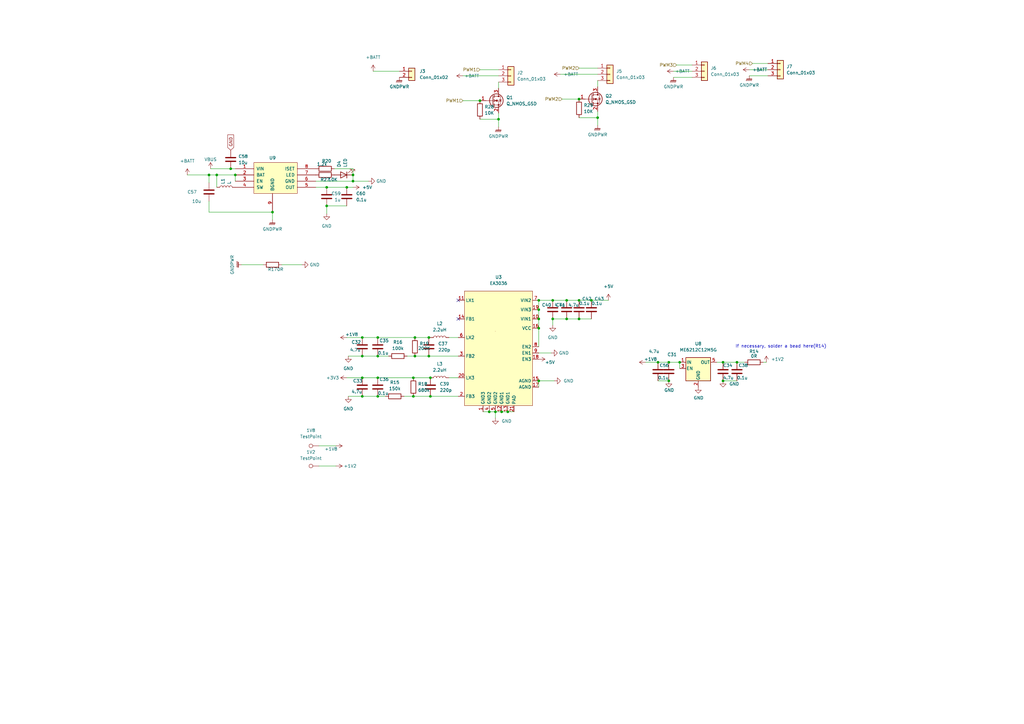
<source format=kicad_sch>
(kicad_sch (version 20211123) (generator eeschema)

  (uuid c2953b32-f01d-4d1e-bbdd-c04888bb478e)

  (paper "A3")

  (lib_symbols
    (symbol "Connector:TestPoint" (pin_numbers hide) (pin_names (offset 0.762) hide) (in_bom yes) (on_board yes)
      (property "Reference" "TP" (id 0) (at 0 6.858 0)
        (effects (font (size 1.27 1.27)))
      )
      (property "Value" "TestPoint" (id 1) (at 0 5.08 0)
        (effects (font (size 1.27 1.27)))
      )
      (property "Footprint" "" (id 2) (at 5.08 0 0)
        (effects (font (size 1.27 1.27)) hide)
      )
      (property "Datasheet" "~" (id 3) (at 5.08 0 0)
        (effects (font (size 1.27 1.27)) hide)
      )
      (property "ki_keywords" "test point tp" (id 4) (at 0 0 0)
        (effects (font (size 1.27 1.27)) hide)
      )
      (property "ki_description" "test point" (id 5) (at 0 0 0)
        (effects (font (size 1.27 1.27)) hide)
      )
      (property "ki_fp_filters" "Pin* Test*" (id 6) (at 0 0 0)
        (effects (font (size 1.27 1.27)) hide)
      )
      (symbol "TestPoint_0_1"
        (circle (center 0 3.302) (radius 0.762)
          (stroke (width 0) (type default) (color 0 0 0 0))
          (fill (type none))
        )
      )
      (symbol "TestPoint_1_1"
        (pin passive line (at 0 0 90) (length 2.54)
          (name "1" (effects (font (size 1.27 1.27))))
          (number "1" (effects (font (size 1.27 1.27))))
        )
      )
    )
    (symbol "Connector_Generic:Conn_01x02" (pin_names (offset 1.016) hide) (in_bom yes) (on_board yes)
      (property "Reference" "J" (id 0) (at 0 2.54 0)
        (effects (font (size 1.27 1.27)))
      )
      (property "Value" "Conn_01x02" (id 1) (at 0 -5.08 0)
        (effects (font (size 1.27 1.27)))
      )
      (property "Footprint" "" (id 2) (at 0 0 0)
        (effects (font (size 1.27 1.27)) hide)
      )
      (property "Datasheet" "~" (id 3) (at 0 0 0)
        (effects (font (size 1.27 1.27)) hide)
      )
      (property "ki_keywords" "connector" (id 4) (at 0 0 0)
        (effects (font (size 1.27 1.27)) hide)
      )
      (property "ki_description" "Generic connector, single row, 01x02, script generated (kicad-library-utils/schlib/autogen/connector/)" (id 5) (at 0 0 0)
        (effects (font (size 1.27 1.27)) hide)
      )
      (property "ki_fp_filters" "Connector*:*_1x??_*" (id 6) (at 0 0 0)
        (effects (font (size 1.27 1.27)) hide)
      )
      (symbol "Conn_01x02_1_1"
        (rectangle (start -1.27 -2.413) (end 0 -2.667)
          (stroke (width 0.1524) (type default) (color 0 0 0 0))
          (fill (type none))
        )
        (rectangle (start -1.27 0.127) (end 0 -0.127)
          (stroke (width 0.1524) (type default) (color 0 0 0 0))
          (fill (type none))
        )
        (rectangle (start -1.27 1.27) (end 1.27 -3.81)
          (stroke (width 0.254) (type default) (color 0 0 0 0))
          (fill (type background))
        )
        (pin passive line (at -5.08 0 0) (length 3.81)
          (name "Pin_1" (effects (font (size 1.27 1.27))))
          (number "1" (effects (font (size 1.27 1.27))))
        )
        (pin passive line (at -5.08 -2.54 0) (length 3.81)
          (name "Pin_2" (effects (font (size 1.27 1.27))))
          (number "2" (effects (font (size 1.27 1.27))))
        )
      )
    )
    (symbol "Connector_Generic:Conn_01x03" (pin_names (offset 1.016) hide) (in_bom yes) (on_board yes)
      (property "Reference" "J" (id 0) (at 0 5.08 0)
        (effects (font (size 1.27 1.27)))
      )
      (property "Value" "Conn_01x03" (id 1) (at 0 -5.08 0)
        (effects (font (size 1.27 1.27)))
      )
      (property "Footprint" "" (id 2) (at 0 0 0)
        (effects (font (size 1.27 1.27)) hide)
      )
      (property "Datasheet" "~" (id 3) (at 0 0 0)
        (effects (font (size 1.27 1.27)) hide)
      )
      (property "ki_keywords" "connector" (id 4) (at 0 0 0)
        (effects (font (size 1.27 1.27)) hide)
      )
      (property "ki_description" "Generic connector, single row, 01x03, script generated (kicad-library-utils/schlib/autogen/connector/)" (id 5) (at 0 0 0)
        (effects (font (size 1.27 1.27)) hide)
      )
      (property "ki_fp_filters" "Connector*:*_1x??_*" (id 6) (at 0 0 0)
        (effects (font (size 1.27 1.27)) hide)
      )
      (symbol "Conn_01x03_1_1"
        (rectangle (start -1.27 -2.413) (end 0 -2.667)
          (stroke (width 0.1524) (type default) (color 0 0 0 0))
          (fill (type none))
        )
        (rectangle (start -1.27 0.127) (end 0 -0.127)
          (stroke (width 0.1524) (type default) (color 0 0 0 0))
          (fill (type none))
        )
        (rectangle (start -1.27 2.667) (end 0 2.413)
          (stroke (width 0.1524) (type default) (color 0 0 0 0))
          (fill (type none))
        )
        (rectangle (start -1.27 3.81) (end 1.27 -3.81)
          (stroke (width 0.254) (type default) (color 0 0 0 0))
          (fill (type background))
        )
        (pin passive line (at -5.08 2.54 0) (length 3.81)
          (name "Pin_1" (effects (font (size 1.27 1.27))))
          (number "1" (effects (font (size 1.27 1.27))))
        )
        (pin passive line (at -5.08 0 0) (length 3.81)
          (name "Pin_2" (effects (font (size 1.27 1.27))))
          (number "2" (effects (font (size 1.27 1.27))))
        )
        (pin passive line (at -5.08 -2.54 0) (length 3.81)
          (name "Pin_3" (effects (font (size 1.27 1.27))))
          (number "3" (effects (font (size 1.27 1.27))))
        )
      )
    )
    (symbol "Device:C" (pin_numbers hide) (pin_names (offset 0.254)) (in_bom yes) (on_board yes)
      (property "Reference" "C" (id 0) (at 0.635 2.54 0)
        (effects (font (size 1.27 1.27)) (justify left))
      )
      (property "Value" "C" (id 1) (at 0.635 -2.54 0)
        (effects (font (size 1.27 1.27)) (justify left))
      )
      (property "Footprint" "" (id 2) (at 0.9652 -3.81 0)
        (effects (font (size 1.27 1.27)) hide)
      )
      (property "Datasheet" "~" (id 3) (at 0 0 0)
        (effects (font (size 1.27 1.27)) hide)
      )
      (property "ki_keywords" "cap capacitor" (id 4) (at 0 0 0)
        (effects (font (size 1.27 1.27)) hide)
      )
      (property "ki_description" "Unpolarized capacitor" (id 5) (at 0 0 0)
        (effects (font (size 1.27 1.27)) hide)
      )
      (property "ki_fp_filters" "C_*" (id 6) (at 0 0 0)
        (effects (font (size 1.27 1.27)) hide)
      )
      (symbol "C_0_1"
        (polyline
          (pts
            (xy -2.032 -0.762)
            (xy 2.032 -0.762)
          )
          (stroke (width 0.508) (type default) (color 0 0 0 0))
          (fill (type none))
        )
        (polyline
          (pts
            (xy -2.032 0.762)
            (xy 2.032 0.762)
          )
          (stroke (width 0.508) (type default) (color 0 0 0 0))
          (fill (type none))
        )
      )
      (symbol "C_1_1"
        (pin passive line (at 0 3.81 270) (length 2.794)
          (name "~" (effects (font (size 1.27 1.27))))
          (number "1" (effects (font (size 1.27 1.27))))
        )
        (pin passive line (at 0 -3.81 90) (length 2.794)
          (name "~" (effects (font (size 1.27 1.27))))
          (number "2" (effects (font (size 1.27 1.27))))
        )
      )
    )
    (symbol "Device:L" (pin_numbers hide) (pin_names (offset 1.016) hide) (in_bom yes) (on_board yes)
      (property "Reference" "L" (id 0) (at -1.27 0 90)
        (effects (font (size 1.27 1.27)))
      )
      (property "Value" "L" (id 1) (at 1.905 0 90)
        (effects (font (size 1.27 1.27)))
      )
      (property "Footprint" "" (id 2) (at 0 0 0)
        (effects (font (size 1.27 1.27)) hide)
      )
      (property "Datasheet" "~" (id 3) (at 0 0 0)
        (effects (font (size 1.27 1.27)) hide)
      )
      (property "ki_keywords" "inductor choke coil reactor magnetic" (id 4) (at 0 0 0)
        (effects (font (size 1.27 1.27)) hide)
      )
      (property "ki_description" "Inductor" (id 5) (at 0 0 0)
        (effects (font (size 1.27 1.27)) hide)
      )
      (property "ki_fp_filters" "Choke_* *Coil* Inductor_* L_*" (id 6) (at 0 0 0)
        (effects (font (size 1.27 1.27)) hide)
      )
      (symbol "L_0_1"
        (arc (start 0 -2.54) (mid 0.635 -1.905) (end 0 -1.27)
          (stroke (width 0) (type default) (color 0 0 0 0))
          (fill (type none))
        )
        (arc (start 0 -1.27) (mid 0.635 -0.635) (end 0 0)
          (stroke (width 0) (type default) (color 0 0 0 0))
          (fill (type none))
        )
        (arc (start 0 0) (mid 0.635 0.635) (end 0 1.27)
          (stroke (width 0) (type default) (color 0 0 0 0))
          (fill (type none))
        )
        (arc (start 0 1.27) (mid 0.635 1.905) (end 0 2.54)
          (stroke (width 0) (type default) (color 0 0 0 0))
          (fill (type none))
        )
      )
      (symbol "L_1_1"
        (pin passive line (at 0 3.81 270) (length 1.27)
          (name "1" (effects (font (size 1.27 1.27))))
          (number "1" (effects (font (size 1.27 1.27))))
        )
        (pin passive line (at 0 -3.81 90) (length 1.27)
          (name "2" (effects (font (size 1.27 1.27))))
          (number "2" (effects (font (size 1.27 1.27))))
        )
      )
    )
    (symbol "Device:LED" (pin_numbers hide) (pin_names (offset 1.016) hide) (in_bom yes) (on_board yes)
      (property "Reference" "D" (id 0) (at 0 2.54 0)
        (effects (font (size 1.27 1.27)))
      )
      (property "Value" "LED" (id 1) (at 0 -2.54 0)
        (effects (font (size 1.27 1.27)))
      )
      (property "Footprint" "" (id 2) (at 0 0 0)
        (effects (font (size 1.27 1.27)) hide)
      )
      (property "Datasheet" "~" (id 3) (at 0 0 0)
        (effects (font (size 1.27 1.27)) hide)
      )
      (property "ki_keywords" "LED diode" (id 4) (at 0 0 0)
        (effects (font (size 1.27 1.27)) hide)
      )
      (property "ki_description" "Light emitting diode" (id 5) (at 0 0 0)
        (effects (font (size 1.27 1.27)) hide)
      )
      (property "ki_fp_filters" "LED* LED_SMD:* LED_THT:*" (id 6) (at 0 0 0)
        (effects (font (size 1.27 1.27)) hide)
      )
      (symbol "LED_0_1"
        (polyline
          (pts
            (xy -1.27 -1.27)
            (xy -1.27 1.27)
          )
          (stroke (width 0.254) (type default) (color 0 0 0 0))
          (fill (type none))
        )
        (polyline
          (pts
            (xy -1.27 0)
            (xy 1.27 0)
          )
          (stroke (width 0) (type default) (color 0 0 0 0))
          (fill (type none))
        )
        (polyline
          (pts
            (xy 1.27 -1.27)
            (xy 1.27 1.27)
            (xy -1.27 0)
            (xy 1.27 -1.27)
          )
          (stroke (width 0.254) (type default) (color 0 0 0 0))
          (fill (type none))
        )
        (polyline
          (pts
            (xy -3.048 -0.762)
            (xy -4.572 -2.286)
            (xy -3.81 -2.286)
            (xy -4.572 -2.286)
            (xy -4.572 -1.524)
          )
          (stroke (width 0) (type default) (color 0 0 0 0))
          (fill (type none))
        )
        (polyline
          (pts
            (xy -1.778 -0.762)
            (xy -3.302 -2.286)
            (xy -2.54 -2.286)
            (xy -3.302 -2.286)
            (xy -3.302 -1.524)
          )
          (stroke (width 0) (type default) (color 0 0 0 0))
          (fill (type none))
        )
      )
      (symbol "LED_1_1"
        (pin passive line (at -3.81 0 0) (length 2.54)
          (name "K" (effects (font (size 1.27 1.27))))
          (number "1" (effects (font (size 1.27 1.27))))
        )
        (pin passive line (at 3.81 0 180) (length 2.54)
          (name "A" (effects (font (size 1.27 1.27))))
          (number "2" (effects (font (size 1.27 1.27))))
        )
      )
    )
    (symbol "Device:Q_NMOS_GSD" (pin_names (offset 0) hide) (in_bom yes) (on_board yes)
      (property "Reference" "Q" (id 0) (at 5.08 1.27 0)
        (effects (font (size 1.27 1.27)) (justify left))
      )
      (property "Value" "Q_NMOS_GSD" (id 1) (at 5.08 -1.27 0)
        (effects (font (size 1.27 1.27)) (justify left))
      )
      (property "Footprint" "" (id 2) (at 5.08 2.54 0)
        (effects (font (size 1.27 1.27)) hide)
      )
      (property "Datasheet" "~" (id 3) (at 0 0 0)
        (effects (font (size 1.27 1.27)) hide)
      )
      (property "ki_keywords" "transistor NMOS N-MOS N-MOSFET" (id 4) (at 0 0 0)
        (effects (font (size 1.27 1.27)) hide)
      )
      (property "ki_description" "N-MOSFET transistor, gate/source/drain" (id 5) (at 0 0 0)
        (effects (font (size 1.27 1.27)) hide)
      )
      (symbol "Q_NMOS_GSD_0_1"
        (polyline
          (pts
            (xy 0.254 0)
            (xy -2.54 0)
          )
          (stroke (width 0) (type default) (color 0 0 0 0))
          (fill (type none))
        )
        (polyline
          (pts
            (xy 0.254 1.905)
            (xy 0.254 -1.905)
          )
          (stroke (width 0.254) (type default) (color 0 0 0 0))
          (fill (type none))
        )
        (polyline
          (pts
            (xy 0.762 -1.27)
            (xy 0.762 -2.286)
          )
          (stroke (width 0.254) (type default) (color 0 0 0 0))
          (fill (type none))
        )
        (polyline
          (pts
            (xy 0.762 0.508)
            (xy 0.762 -0.508)
          )
          (stroke (width 0.254) (type default) (color 0 0 0 0))
          (fill (type none))
        )
        (polyline
          (pts
            (xy 0.762 2.286)
            (xy 0.762 1.27)
          )
          (stroke (width 0.254) (type default) (color 0 0 0 0))
          (fill (type none))
        )
        (polyline
          (pts
            (xy 2.54 2.54)
            (xy 2.54 1.778)
          )
          (stroke (width 0) (type default) (color 0 0 0 0))
          (fill (type none))
        )
        (polyline
          (pts
            (xy 2.54 -2.54)
            (xy 2.54 0)
            (xy 0.762 0)
          )
          (stroke (width 0) (type default) (color 0 0 0 0))
          (fill (type none))
        )
        (polyline
          (pts
            (xy 0.762 -1.778)
            (xy 3.302 -1.778)
            (xy 3.302 1.778)
            (xy 0.762 1.778)
          )
          (stroke (width 0) (type default) (color 0 0 0 0))
          (fill (type none))
        )
        (polyline
          (pts
            (xy 1.016 0)
            (xy 2.032 0.381)
            (xy 2.032 -0.381)
            (xy 1.016 0)
          )
          (stroke (width 0) (type default) (color 0 0 0 0))
          (fill (type outline))
        )
        (polyline
          (pts
            (xy 2.794 0.508)
            (xy 2.921 0.381)
            (xy 3.683 0.381)
            (xy 3.81 0.254)
          )
          (stroke (width 0) (type default) (color 0 0 0 0))
          (fill (type none))
        )
        (polyline
          (pts
            (xy 3.302 0.381)
            (xy 2.921 -0.254)
            (xy 3.683 -0.254)
            (xy 3.302 0.381)
          )
          (stroke (width 0) (type default) (color 0 0 0 0))
          (fill (type none))
        )
        (circle (center 1.651 0) (radius 2.794)
          (stroke (width 0.254) (type default) (color 0 0 0 0))
          (fill (type none))
        )
        (circle (center 2.54 -1.778) (radius 0.254)
          (stroke (width 0) (type default) (color 0 0 0 0))
          (fill (type outline))
        )
        (circle (center 2.54 1.778) (radius 0.254)
          (stroke (width 0) (type default) (color 0 0 0 0))
          (fill (type outline))
        )
      )
      (symbol "Q_NMOS_GSD_1_1"
        (pin input line (at -5.08 0 0) (length 2.54)
          (name "G" (effects (font (size 1.27 1.27))))
          (number "1" (effects (font (size 1.27 1.27))))
        )
        (pin passive line (at 2.54 -5.08 90) (length 2.54)
          (name "S" (effects (font (size 1.27 1.27))))
          (number "2" (effects (font (size 1.27 1.27))))
        )
        (pin passive line (at 2.54 5.08 270) (length 2.54)
          (name "D" (effects (font (size 1.27 1.27))))
          (number "3" (effects (font (size 1.27 1.27))))
        )
      )
    )
    (symbol "Device:R" (pin_numbers hide) (pin_names (offset 0)) (in_bom yes) (on_board yes)
      (property "Reference" "R" (id 0) (at 2.032 0 90)
        (effects (font (size 1.27 1.27)))
      )
      (property "Value" "R" (id 1) (at 0 0 90)
        (effects (font (size 1.27 1.27)))
      )
      (property "Footprint" "" (id 2) (at -1.778 0 90)
        (effects (font (size 1.27 1.27)) hide)
      )
      (property "Datasheet" "~" (id 3) (at 0 0 0)
        (effects (font (size 1.27 1.27)) hide)
      )
      (property "ki_keywords" "R res resistor" (id 4) (at 0 0 0)
        (effects (font (size 1.27 1.27)) hide)
      )
      (property "ki_description" "Resistor" (id 5) (at 0 0 0)
        (effects (font (size 1.27 1.27)) hide)
      )
      (property "ki_fp_filters" "R_*" (id 6) (at 0 0 0)
        (effects (font (size 1.27 1.27)) hide)
      )
      (symbol "R_0_1"
        (rectangle (start -1.016 -2.54) (end 1.016 2.54)
          (stroke (width 0.254) (type default) (color 0 0 0 0))
          (fill (type none))
        )
      )
      (symbol "R_1_1"
        (pin passive line (at 0 3.81 270) (length 1.27)
          (name "~" (effects (font (size 1.27 1.27))))
          (number "1" (effects (font (size 1.27 1.27))))
        )
        (pin passive line (at 0 -3.81 90) (length 1.27)
          (name "~" (effects (font (size 1.27 1.27))))
          (number "2" (effects (font (size 1.27 1.27))))
        )
      )
    )
    (symbol "Regulator_Linear:TLV71312PDBV" (pin_names (offset 0.254)) (in_bom yes) (on_board yes)
      (property "Reference" "U" (id 0) (at -3.81 5.715 0)
        (effects (font (size 1.27 1.27)))
      )
      (property "Value" "TLV71312PDBV" (id 1) (at 0 5.715 0)
        (effects (font (size 1.27 1.27)) (justify left))
      )
      (property "Footprint" "Package_TO_SOT_SMD:SOT-23-5" (id 2) (at 0 8.255 0)
        (effects (font (size 1.27 1.27) italic) hide)
      )
      (property "Datasheet" "http://www.ti.com/lit/ds/symlink/tlv713p.pdf" (id 3) (at 0 1.27 0)
        (effects (font (size 1.27 1.27)) hide)
      )
      (property "ki_keywords" "LDO Regulator Fixed Positive" (id 4) (at 0 0 0)
        (effects (font (size 1.27 1.27)) hide)
      )
      (property "ki_description" "150mA Low Dropout Voltage Regulator, Fixed Output 1.2V, SOT-23-5" (id 5) (at 0 0 0)
        (effects (font (size 1.27 1.27)) hide)
      )
      (property "ki_fp_filters" "SOT?23*" (id 6) (at 0 0 0)
        (effects (font (size 1.27 1.27)) hide)
      )
      (symbol "TLV71312PDBV_0_1"
        (rectangle (start -5.08 4.445) (end 5.08 -5.08)
          (stroke (width 0.254) (type default) (color 0 0 0 0))
          (fill (type background))
        )
      )
      (symbol "TLV71312PDBV_1_1"
        (pin power_in line (at -7.62 2.54 0) (length 2.54)
          (name "IN" (effects (font (size 1.27 1.27))))
          (number "1" (effects (font (size 1.27 1.27))))
        )
        (pin power_in line (at 0 -7.62 90) (length 2.54)
          (name "GND" (effects (font (size 1.27 1.27))))
          (number "2" (effects (font (size 1.27 1.27))))
        )
        (pin input line (at -7.62 0 0) (length 2.54)
          (name "EN" (effects (font (size 1.27 1.27))))
          (number "3" (effects (font (size 1.27 1.27))))
        )
        (pin no_connect line (at 5.08 0 180) (length 2.54) hide
          (name "NC" (effects (font (size 1.27 1.27))))
          (number "4" (effects (font (size 1.27 1.27))))
        )
        (pin power_out line (at 7.62 2.54 180) (length 2.54)
          (name "OUT" (effects (font (size 1.27 1.27))))
          (number "5" (effects (font (size 1.27 1.27))))
        )
      )
    )
    (symbol "SCH_IntegratedCircuit:ETA9640" (pin_names (offset 1.016)) (in_bom yes) (on_board yes)
      (property "Reference" "U?" (id 0) (at 1.27 15.875 0)
        (effects (font (size 1.27 1.27)))
      )
      (property "Value" "ETA9640" (id 1) (at -13.97 13.97 0)
        (effects (font (size 1.27 1.27)) (justify left bottom) hide)
      )
      (property "Footprint" "SOP_E150_8 -with_PADs" (id 2) (at -15.24 -15.24 0)
        (effects (font (size 1.27 1.27)) (justify left bottom) hide)
      )
      (property "Datasheet" "" (id 3) (at 0 0 0)
        (effects (font (size 1.27 1.27)) hide)
      )
      (property "description" "" (id 4) (at 0 0 0)
        (effects (font (size 1.27 1.27)) hide)
      )
      (symbol "ETA9640_1_1"
        (rectangle (start -7.62 -2.54) (end 10.16 10.16)
          (stroke (width 0) (type default) (color 0 0 0 0))
          (fill (type background))
        )
        (pin passive line (at -15.24 7.62 0) (length 7.62)
          (name "VIN" (effects (font (size 1.27 1.27))))
          (number "1" (effects (font (size 1.27 1.27))))
        )
        (pin passive line (at -15.24 5.08 0) (length 7.62)
          (name "BAT" (effects (font (size 1.27 1.27))))
          (number "2" (effects (font (size 1.27 1.27))))
        )
        (pin passive line (at -15.24 2.54 0) (length 7.62)
          (name "EN" (effects (font (size 1.27 1.27))))
          (number "3" (effects (font (size 1.27 1.27))))
        )
        (pin passive line (at -15.24 0 0) (length 7.62)
          (name "SW" (effects (font (size 1.27 1.27))))
          (number "4" (effects (font (size 1.27 1.27))))
        )
        (pin passive line (at 17.78 0 180) (length 7.62)
          (name "OUT" (effects (font (size 1.27 1.27))))
          (number "5" (effects (font (size 1.27 1.27))))
        )
        (pin passive line (at 17.78 2.54 180) (length 7.62)
          (name "GND" (effects (font (size 1.27 1.27))))
          (number "6" (effects (font (size 1.27 1.27))))
        )
        (pin passive line (at 17.78 5.08 180) (length 7.62)
          (name "LED" (effects (font (size 1.27 1.27))))
          (number "7" (effects (font (size 1.27 1.27))))
        )
        (pin passive line (at 17.78 7.62 180) (length 7.62)
          (name "ISET" (effects (font (size 1.27 1.27))))
          (number "8" (effects (font (size 1.27 1.27))))
        )
        (pin passive line (at 0 -10.16 90) (length 7.62)
          (name "BGND" (effects (font (size 1.27 1.27))))
          (number "9" (effects (font (size 1.27 1.27))))
        )
      )
    )
    (symbol "ic:EA3036" (in_bom yes) (on_board yes)
      (property "Reference" "U" (id 0) (at 24.13 5.08 0)
        (effects (font (size 1.27 1.27)))
      )
      (property "Value" "EA3036" (id 1) (at 17.78 5.08 0)
        (effects (font (size 1.27 1.27)))
      )
      (property "Footprint" "Package_DFN_QFN:QFN-20-1EP_3x3mm_P0.4mm_EP1.65x1.65mm" (id 2) (at 29.21 -58.42 0)
        (effects (font (size 1.27 1.27)) hide)
      )
      (property "Datasheet" "" (id 3) (at 74.93 8.89 0)
        (effects (font (size 1.27 1.27)) hide)
      )
      (symbol "EA3036_0_0"
        (pin power_in line (at 17.78 -45.72 90) (length 2.54)
          (name "GND3" (effects (font (size 1.27 1.27))))
          (number "1" (effects (font (size 1.27 1.27))))
        )
        (pin power_in line (at 40.64 -7.62 180) (length 2.54)
          (name "VIN1" (effects (font (size 1.27 1.27))))
          (number "10" (effects (font (size 1.27 1.27))))
        )
        (pin power_out line (at 7.62 0 0) (length 2.54)
          (name "LX1" (effects (font (size 1.27 1.27))))
          (number "11" (effects (font (size 1.27 1.27))))
        )
        (pin power_in line (at 25.4 -45.72 90) (length 2.54)
          (name "GND1" (effects (font (size 1.27 1.27))))
          (number "12" (effects (font (size 1.27 1.27))))
        )
        (pin power_in line (at 27.94 -45.72 90) (length 2.54)
          (name "GND1" (effects (font (size 1.27 1.27))))
          (number "13" (effects (font (size 1.27 1.27))))
        )
        (pin input line (at 7.62 -7.62 0) (length 2.54)
          (name "FB1" (effects (font (size 1.27 1.27))))
          (number "14" (effects (font (size 1.27 1.27))))
        )
        (pin power_in line (at 40.64 -33.02 180) (length 2.54)
          (name "AGND" (effects (font (size 1.27 1.27))))
          (number "15" (effects (font (size 1.27 1.27))))
        )
        (pin power_in line (at 40.64 -11.43 180) (length 2.54)
          (name "VCC" (effects (font (size 1.27 1.27))))
          (number "16" (effects (font (size 1.27 1.27))))
        )
        (pin power_in line (at 40.64 -35.56 180) (length 2.54)
          (name "AGND" (effects (font (size 1.27 1.27))))
          (number "17" (effects (font (size 1.27 1.27))))
        )
        (pin input line (at 40.64 -24.13 180) (length 2.54)
          (name "EN3" (effects (font (size 1.27 1.27))))
          (number "18" (effects (font (size 1.27 1.27))))
        )
        (pin power_in line (at 40.64 -3.81 180) (length 2.54)
          (name "VIN3" (effects (font (size 1.27 1.27))))
          (number "19" (effects (font (size 1.27 1.27))))
        )
        (pin input line (at 7.62 -39.37 0) (length 2.54)
          (name "FB3" (effects (font (size 1.27 1.27))))
          (number "2" (effects (font (size 1.27 1.27))))
        )
        (pin power_out line (at 7.62 -31.75 0) (length 2.54)
          (name "LX3" (effects (font (size 1.27 1.27))))
          (number "20" (effects (font (size 1.27 1.27))))
        )
        (pin power_in line (at 30.48 -45.72 90) (length 2.54)
          (name "PAD" (effects (font (size 1.27 1.27))))
          (number "21" (effects (font (size 1.27 1.27))))
        )
        (pin input line (at 7.62 -22.86 0) (length 2.54)
          (name "FB2" (effects (font (size 1.27 1.27))))
          (number "3" (effects (font (size 1.27 1.27))))
        )
        (pin power_in line (at 20.32 -45.72 90) (length 2.54)
          (name "GND2" (effects (font (size 1.27 1.27))))
          (number "4" (effects (font (size 1.27 1.27))))
        )
        (pin power_in line (at 22.86 -45.72 90) (length 2.54)
          (name "GND2" (effects (font (size 1.27 1.27))))
          (number "5" (effects (font (size 1.27 1.27))))
        )
        (pin power_out line (at 7.62 -15.24 0) (length 2.54)
          (name "LX2" (effects (font (size 1.27 1.27))))
          (number "6" (effects (font (size 1.27 1.27))))
        )
        (pin power_in line (at 40.64 0 180) (length 2.54)
          (name "VIN2" (effects (font (size 1.27 1.27))))
          (number "7" (effects (font (size 1.27 1.27))))
        )
        (pin input line (at 40.64 -19.05 180) (length 2.54)
          (name "EN2" (effects (font (size 1.27 1.27))))
          (number "8" (effects (font (size 1.27 1.27))))
        )
        (pin input line (at 40.64 -21.59 180) (length 2.54)
          (name "EN1" (effects (font (size 1.27 1.27))))
          (number "9" (effects (font (size 1.27 1.27))))
        )
      )
      (symbol "EA3036_0_1"
        (rectangle (start 10.16 3.81) (end 38.1 -43.18)
          (stroke (width 0) (type default) (color 0 0 0 0))
          (fill (type background))
        )
        (rectangle (start 22.86 -12.7) (end 22.86 -12.7)
          (stroke (width 0) (type default) (color 0 0 0 0))
          (fill (type none))
        )
      )
    )
    (symbol "power:+1V2" (power) (pin_names (offset 0)) (in_bom yes) (on_board yes)
      (property "Reference" "#PWR" (id 0) (at 0 -3.81 0)
        (effects (font (size 1.27 1.27)) hide)
      )
      (property "Value" "+1V2" (id 1) (at 0 3.556 0)
        (effects (font (size 1.27 1.27)))
      )
      (property "Footprint" "" (id 2) (at 0 0 0)
        (effects (font (size 1.27 1.27)) hide)
      )
      (property "Datasheet" "" (id 3) (at 0 0 0)
        (effects (font (size 1.27 1.27)) hide)
      )
      (property "ki_keywords" "power-flag" (id 4) (at 0 0 0)
        (effects (font (size 1.27 1.27)) hide)
      )
      (property "ki_description" "Power symbol creates a global label with name \"+1V2\"" (id 5) (at 0 0 0)
        (effects (font (size 1.27 1.27)) hide)
      )
      (symbol "+1V2_0_1"
        (polyline
          (pts
            (xy -0.762 1.27)
            (xy 0 2.54)
          )
          (stroke (width 0) (type default) (color 0 0 0 0))
          (fill (type none))
        )
        (polyline
          (pts
            (xy 0 0)
            (xy 0 2.54)
          )
          (stroke (width 0) (type default) (color 0 0 0 0))
          (fill (type none))
        )
        (polyline
          (pts
            (xy 0 2.54)
            (xy 0.762 1.27)
          )
          (stroke (width 0) (type default) (color 0 0 0 0))
          (fill (type none))
        )
      )
      (symbol "+1V2_1_1"
        (pin power_in line (at 0 0 90) (length 0) hide
          (name "+1V2" (effects (font (size 1.27 1.27))))
          (number "1" (effects (font (size 1.27 1.27))))
        )
      )
    )
    (symbol "power:+1V8" (power) (pin_names (offset 0)) (in_bom yes) (on_board yes)
      (property "Reference" "#PWR" (id 0) (at 0 -3.81 0)
        (effects (font (size 1.27 1.27)) hide)
      )
      (property "Value" "+1V8" (id 1) (at 0 3.556 0)
        (effects (font (size 1.27 1.27)))
      )
      (property "Footprint" "" (id 2) (at 0 0 0)
        (effects (font (size 1.27 1.27)) hide)
      )
      (property "Datasheet" "" (id 3) (at 0 0 0)
        (effects (font (size 1.27 1.27)) hide)
      )
      (property "ki_keywords" "power-flag" (id 4) (at 0 0 0)
        (effects (font (size 1.27 1.27)) hide)
      )
      (property "ki_description" "Power symbol creates a global label with name \"+1V8\"" (id 5) (at 0 0 0)
        (effects (font (size 1.27 1.27)) hide)
      )
      (symbol "+1V8_0_1"
        (polyline
          (pts
            (xy -0.762 1.27)
            (xy 0 2.54)
          )
          (stroke (width 0) (type default) (color 0 0 0 0))
          (fill (type none))
        )
        (polyline
          (pts
            (xy 0 0)
            (xy 0 2.54)
          )
          (stroke (width 0) (type default) (color 0 0 0 0))
          (fill (type none))
        )
        (polyline
          (pts
            (xy 0 2.54)
            (xy 0.762 1.27)
          )
          (stroke (width 0) (type default) (color 0 0 0 0))
          (fill (type none))
        )
      )
      (symbol "+1V8_1_1"
        (pin power_in line (at 0 0 90) (length 0) hide
          (name "+1V8" (effects (font (size 1.27 1.27))))
          (number "1" (effects (font (size 1.27 1.27))))
        )
      )
    )
    (symbol "power:+3V3" (power) (pin_names (offset 0)) (in_bom yes) (on_board yes)
      (property "Reference" "#PWR" (id 0) (at 0 -3.81 0)
        (effects (font (size 1.27 1.27)) hide)
      )
      (property "Value" "+3V3" (id 1) (at 0 3.556 0)
        (effects (font (size 1.27 1.27)))
      )
      (property "Footprint" "" (id 2) (at 0 0 0)
        (effects (font (size 1.27 1.27)) hide)
      )
      (property "Datasheet" "" (id 3) (at 0 0 0)
        (effects (font (size 1.27 1.27)) hide)
      )
      (property "ki_keywords" "power-flag" (id 4) (at 0 0 0)
        (effects (font (size 1.27 1.27)) hide)
      )
      (property "ki_description" "Power symbol creates a global label with name \"+3V3\"" (id 5) (at 0 0 0)
        (effects (font (size 1.27 1.27)) hide)
      )
      (symbol "+3V3_0_1"
        (polyline
          (pts
            (xy -0.762 1.27)
            (xy 0 2.54)
          )
          (stroke (width 0) (type default) (color 0 0 0 0))
          (fill (type none))
        )
        (polyline
          (pts
            (xy 0 0)
            (xy 0 2.54)
          )
          (stroke (width 0) (type default) (color 0 0 0 0))
          (fill (type none))
        )
        (polyline
          (pts
            (xy 0 2.54)
            (xy 0.762 1.27)
          )
          (stroke (width 0) (type default) (color 0 0 0 0))
          (fill (type none))
        )
      )
      (symbol "+3V3_1_1"
        (pin power_in line (at 0 0 90) (length 0) hide
          (name "+3V3" (effects (font (size 1.27 1.27))))
          (number "1" (effects (font (size 1.27 1.27))))
        )
      )
    )
    (symbol "power:+5V" (power) (pin_names (offset 0)) (in_bom yes) (on_board yes)
      (property "Reference" "#PWR" (id 0) (at 0 -3.81 0)
        (effects (font (size 1.27 1.27)) hide)
      )
      (property "Value" "+5V" (id 1) (at 0 3.556 0)
        (effects (font (size 1.27 1.27)))
      )
      (property "Footprint" "" (id 2) (at 0 0 0)
        (effects (font (size 1.27 1.27)) hide)
      )
      (property "Datasheet" "" (id 3) (at 0 0 0)
        (effects (font (size 1.27 1.27)) hide)
      )
      (property "ki_keywords" "power-flag" (id 4) (at 0 0 0)
        (effects (font (size 1.27 1.27)) hide)
      )
      (property "ki_description" "Power symbol creates a global label with name \"+5V\"" (id 5) (at 0 0 0)
        (effects (font (size 1.27 1.27)) hide)
      )
      (symbol "+5V_0_1"
        (polyline
          (pts
            (xy -0.762 1.27)
            (xy 0 2.54)
          )
          (stroke (width 0) (type default) (color 0 0 0 0))
          (fill (type none))
        )
        (polyline
          (pts
            (xy 0 0)
            (xy 0 2.54)
          )
          (stroke (width 0) (type default) (color 0 0 0 0))
          (fill (type none))
        )
        (polyline
          (pts
            (xy 0 2.54)
            (xy 0.762 1.27)
          )
          (stroke (width 0) (type default) (color 0 0 0 0))
          (fill (type none))
        )
      )
      (symbol "+5V_1_1"
        (pin power_in line (at 0 0 90) (length 0) hide
          (name "+5V" (effects (font (size 1.27 1.27))))
          (number "1" (effects (font (size 1.27 1.27))))
        )
      )
    )
    (symbol "power:+BATT" (power) (pin_names (offset 0)) (in_bom yes) (on_board yes)
      (property "Reference" "#PWR" (id 0) (at 0 -3.81 0)
        (effects (font (size 1.27 1.27)) hide)
      )
      (property "Value" "+BATT" (id 1) (at 0 3.556 0)
        (effects (font (size 1.27 1.27)))
      )
      (property "Footprint" "" (id 2) (at 0 0 0)
        (effects (font (size 1.27 1.27)) hide)
      )
      (property "Datasheet" "" (id 3) (at 0 0 0)
        (effects (font (size 1.27 1.27)) hide)
      )
      (property "ki_keywords" "power-flag battery" (id 4) (at 0 0 0)
        (effects (font (size 1.27 1.27)) hide)
      )
      (property "ki_description" "Power symbol creates a global label with name \"+BATT\"" (id 5) (at 0 0 0)
        (effects (font (size 1.27 1.27)) hide)
      )
      (symbol "+BATT_0_1"
        (polyline
          (pts
            (xy -0.762 1.27)
            (xy 0 2.54)
          )
          (stroke (width 0) (type default) (color 0 0 0 0))
          (fill (type none))
        )
        (polyline
          (pts
            (xy 0 0)
            (xy 0 2.54)
          )
          (stroke (width 0) (type default) (color 0 0 0 0))
          (fill (type none))
        )
        (polyline
          (pts
            (xy 0 2.54)
            (xy 0.762 1.27)
          )
          (stroke (width 0) (type default) (color 0 0 0 0))
          (fill (type none))
        )
      )
      (symbol "+BATT_1_1"
        (pin power_in line (at 0 0 90) (length 0) hide
          (name "+BATT" (effects (font (size 1.27 1.27))))
          (number "1" (effects (font (size 1.27 1.27))))
        )
      )
    )
    (symbol "power:GND" (power) (pin_names (offset 0)) (in_bom yes) (on_board yes)
      (property "Reference" "#PWR" (id 0) (at 0 -6.35 0)
        (effects (font (size 1.27 1.27)) hide)
      )
      (property "Value" "GND" (id 1) (at 0 -3.81 0)
        (effects (font (size 1.27 1.27)))
      )
      (property "Footprint" "" (id 2) (at 0 0 0)
        (effects (font (size 1.27 1.27)) hide)
      )
      (property "Datasheet" "" (id 3) (at 0 0 0)
        (effects (font (size 1.27 1.27)) hide)
      )
      (property "ki_keywords" "power-flag" (id 4) (at 0 0 0)
        (effects (font (size 1.27 1.27)) hide)
      )
      (property "ki_description" "Power symbol creates a global label with name \"GND\" , ground" (id 5) (at 0 0 0)
        (effects (font (size 1.27 1.27)) hide)
      )
      (symbol "GND_0_1"
        (polyline
          (pts
            (xy 0 0)
            (xy 0 -1.27)
            (xy 1.27 -1.27)
            (xy 0 -2.54)
            (xy -1.27 -1.27)
            (xy 0 -1.27)
          )
          (stroke (width 0) (type default) (color 0 0 0 0))
          (fill (type none))
        )
      )
      (symbol "GND_1_1"
        (pin power_in line (at 0 0 270) (length 0) hide
          (name "GND" (effects (font (size 1.27 1.27))))
          (number "1" (effects (font (size 1.27 1.27))))
        )
      )
    )
    (symbol "power:GNDPWR" (power) (pin_names (offset 0)) (in_bom yes) (on_board yes)
      (property "Reference" "#PWR" (id 0) (at 0 -5.08 0)
        (effects (font (size 1.27 1.27)) hide)
      )
      (property "Value" "GNDPWR" (id 1) (at 0 -3.302 0)
        (effects (font (size 1.27 1.27)))
      )
      (property "Footprint" "" (id 2) (at 0 -1.27 0)
        (effects (font (size 1.27 1.27)) hide)
      )
      (property "Datasheet" "" (id 3) (at 0 -1.27 0)
        (effects (font (size 1.27 1.27)) hide)
      )
      (property "ki_keywords" "power-flag" (id 4) (at 0 0 0)
        (effects (font (size 1.27 1.27)) hide)
      )
      (property "ki_description" "Power symbol creates a global label with name \"GNDPWR\" , power ground" (id 5) (at 0 0 0)
        (effects (font (size 1.27 1.27)) hide)
      )
      (symbol "GNDPWR_0_1"
        (polyline
          (pts
            (xy 0 -1.27)
            (xy 0 0)
          )
          (stroke (width 0) (type default) (color 0 0 0 0))
          (fill (type none))
        )
        (polyline
          (pts
            (xy -1.016 -1.27)
            (xy -1.27 -2.032)
            (xy -1.27 -2.032)
          )
          (stroke (width 0.2032) (type default) (color 0 0 0 0))
          (fill (type none))
        )
        (polyline
          (pts
            (xy -0.508 -1.27)
            (xy -0.762 -2.032)
            (xy -0.762 -2.032)
          )
          (stroke (width 0.2032) (type default) (color 0 0 0 0))
          (fill (type none))
        )
        (polyline
          (pts
            (xy 0 -1.27)
            (xy -0.254 -2.032)
            (xy -0.254 -2.032)
          )
          (stroke (width 0.2032) (type default) (color 0 0 0 0))
          (fill (type none))
        )
        (polyline
          (pts
            (xy 0.508 -1.27)
            (xy 0.254 -2.032)
            (xy 0.254 -2.032)
          )
          (stroke (width 0.2032) (type default) (color 0 0 0 0))
          (fill (type none))
        )
        (polyline
          (pts
            (xy 1.016 -1.27)
            (xy -1.016 -1.27)
            (xy -1.016 -1.27)
          )
          (stroke (width 0.2032) (type default) (color 0 0 0 0))
          (fill (type none))
        )
        (polyline
          (pts
            (xy 1.016 -1.27)
            (xy 0.762 -2.032)
            (xy 0.762 -2.032)
            (xy 0.762 -2.032)
          )
          (stroke (width 0.2032) (type default) (color 0 0 0 0))
          (fill (type none))
        )
      )
      (symbol "GNDPWR_1_1"
        (pin power_in line (at 0 0 270) (length 0) hide
          (name "GNDPWR" (effects (font (size 1.27 1.27))))
          (number "1" (effects (font (size 1.27 1.27))))
        )
      )
    )
    (symbol "power:VBUS" (power) (pin_names (offset 0)) (in_bom yes) (on_board yes)
      (property "Reference" "#PWR" (id 0) (at 0 -3.81 0)
        (effects (font (size 1.27 1.27)) hide)
      )
      (property "Value" "VBUS" (id 1) (at 0 3.81 0)
        (effects (font (size 1.27 1.27)))
      )
      (property "Footprint" "" (id 2) (at 0 0 0)
        (effects (font (size 1.27 1.27)) hide)
      )
      (property "Datasheet" "" (id 3) (at 0 0 0)
        (effects (font (size 1.27 1.27)) hide)
      )
      (property "ki_keywords" "power-flag" (id 4) (at 0 0 0)
        (effects (font (size 1.27 1.27)) hide)
      )
      (property "ki_description" "Power symbol creates a global label with name \"VBUS\"" (id 5) (at 0 0 0)
        (effects (font (size 1.27 1.27)) hide)
      )
      (symbol "VBUS_0_1"
        (polyline
          (pts
            (xy -0.762 1.27)
            (xy 0 2.54)
          )
          (stroke (width 0) (type default) (color 0 0 0 0))
          (fill (type none))
        )
        (polyline
          (pts
            (xy 0 0)
            (xy 0 2.54)
          )
          (stroke (width 0) (type default) (color 0 0 0 0))
          (fill (type none))
        )
        (polyline
          (pts
            (xy 0 2.54)
            (xy 0.762 1.27)
          )
          (stroke (width 0) (type default) (color 0 0 0 0))
          (fill (type none))
        )
      )
      (symbol "VBUS_1_1"
        (pin power_in line (at 0 0 90) (length 0) hide
          (name "VBUS" (effects (font (size 1.27 1.27))))
          (number "1" (effects (font (size 1.27 1.27))))
        )
      )
    )
  )

  (junction (at 154.94 146.05) (diameter 0) (color 0 0 0 0)
    (uuid 09d4132b-1aeb-4106-9d64-d15b255284b1)
  )
  (junction (at 220.98 134.62) (diameter 0) (color 0 0 0 0)
    (uuid 10090368-a366-4b35-ab71-92bb38570510)
  )
  (junction (at 208.28 168.91) (diameter 0) (color 0 0 0 0)
    (uuid 10b44adc-5af2-49a3-afbf-4ee4f7bf4b88)
  )
  (junction (at 196.85 41.275) (diameter 0) (color 0 0 0 0)
    (uuid 121eb0f6-859d-4377-95b4-d68a315cc202)
  )
  (junction (at 203.2 168.91) (diameter 0) (color 0 0 0 0)
    (uuid 13742161-c646-4aba-9a92-2c8d52f1db7b)
  )
  (junction (at 96.52 71.755) (diameter 0) (color 0 0 0 0)
    (uuid 1530dfe8-fdd1-47ee-88e5-5b6a6cd1a446)
  )
  (junction (at 205.74 168.91) (diameter 0) (color 0 0 0 0)
    (uuid 1fcaf505-fcc9-4b88-9545-3d8d2593e6b4)
  )
  (junction (at 148.59 138.43) (diameter 0) (color 0 0 0 0)
    (uuid 212928a5-00ac-40cc-8a4c-d392d849c28f)
  )
  (junction (at 154.94 154.94) (diameter 0) (color 0 0 0 0)
    (uuid 242d2495-fcd5-44fa-9462-6a96398965ac)
  )
  (junction (at 278.765 148.59) (diameter 0) (color 0 0 0 0)
    (uuid 25e18c1b-1b40-49d1-aa6f-eba6d3dd6915)
  )
  (junction (at 169.545 162.56) (diameter 0) (color 0 0 0 0)
    (uuid 29ab63fb-1001-4add-962e-6aaaae0349cd)
  )
  (junction (at 111.76 86.995) (diameter 0) (color 0 0 0 0)
    (uuid 2be7db3a-7480-44a3-b6c7-4ec01b9803b0)
  )
  (junction (at 148.59 154.94) (diameter 0) (color 0 0 0 0)
    (uuid 304d266b-0ea0-4cfa-b7cd-61d2851a7b87)
  )
  (junction (at 220.98 127) (diameter 0) (color 0 0 0 0)
    (uuid 38ddf7b9-8d8c-43e2-ba13-c22007b16a54)
  )
  (junction (at 245.11 48.26) (diameter 0) (color 0 0 0 0)
    (uuid 41a0b59b-e234-4193-831c-094e9282dfd5)
  )
  (junction (at 176.53 154.94) (diameter 0) (color 0 0 0 0)
    (uuid 4e3e5a38-3b65-43ec-b8e9-18dd372f856e)
  )
  (junction (at 226.695 130.81) (diameter 0) (color 0 0 0 0)
    (uuid 55dd2d5c-5fa6-4aec-bd1e-31a47de96842)
  )
  (junction (at 237.49 123.19) (diameter 0) (color 0 0 0 0)
    (uuid 5a22d5cb-b827-4b45-ab5e-c88485e50c8e)
  )
  (junction (at 232.41 123.19) (diameter 0) (color 0 0 0 0)
    (uuid 5bafdcd3-ab3c-4060-be63-49deaf1271ea)
  )
  (junction (at 148.59 146.05) (diameter 0) (color 0 0 0 0)
    (uuid 5de9cc0a-608e-4112-90c5-17cebf98d844)
  )
  (junction (at 154.94 138.43) (diameter 0) (color 0 0 0 0)
    (uuid 6327755e-07e8-4308-b7d3-3422c6123b72)
  )
  (junction (at 274.32 148.59) (diameter 0) (color 0 0 0 0)
    (uuid 650f5c6a-5acb-4114-9273-99f917034679)
  )
  (junction (at 154.94 162.56) (diameter 0) (color 0 0 0 0)
    (uuid 6542ae6c-74a9-4eb2-82b3-e181420082da)
  )
  (junction (at 200.66 168.91) (diameter 0) (color 0 0 0 0)
    (uuid 662b2843-47de-4b5d-b429-2e8d7b010e49)
  )
  (junction (at 85.725 71.755) (diameter 0) (color 0 0 0 0)
    (uuid 67e3b5d1-07a9-4a5a-ae8c-5ec0fb6dfade)
  )
  (junction (at 133.985 76.835) (diameter 0) (color 0 0 0 0)
    (uuid 71c73ced-a513-455c-b277-4062db74da9c)
  )
  (junction (at 242.57 123.19) (diameter 0) (color 0 0 0 0)
    (uuid 74c3bf86-b9f1-45be-aa3b-507f8fceb01e)
  )
  (junction (at 88.9 71.755) (diameter 0) (color 0 0 0 0)
    (uuid 7b3b529b-5cd5-42d2-a944-d8944a5d9be9)
  )
  (junction (at 274.32 156.21) (diameter 0) (color 0 0 0 0)
    (uuid 7c228da6-c4ad-4d04-ae16-b19fc663a8ee)
  )
  (junction (at 204.47 48.895) (diameter 0) (color 0 0 0 0)
    (uuid 7d505c08-4d7d-4d35-8354-b97e43b1581c)
  )
  (junction (at 296.545 156.21) (diameter 0) (color 0 0 0 0)
    (uuid 81718ea8-16e5-41c5-8eb5-02dc4d9cc826)
  )
  (junction (at 220.98 156.21) (diameter 0) (color 0 0 0 0)
    (uuid 83906e70-1a30-4ccf-8b4f-1e9fd70cec25)
  )
  (junction (at 170.18 146.05) (diameter 0) (color 0 0 0 0)
    (uuid 8754df17-9480-4573-82b6-8a7cb26073fb)
  )
  (junction (at 170.18 138.43) (diameter 0) (color 0 0 0 0)
    (uuid 89810b22-9feb-48a0-ab71-3a088f7cc569)
  )
  (junction (at 232.41 130.81) (diameter 0) (color 0 0 0 0)
    (uuid 95914bd0-ece9-4363-b2fa-a77c08a5a053)
  )
  (junction (at 302.26 148.59) (diameter 0) (color 0 0 0 0)
    (uuid 966217d5-e768-4282-b1bf-0448af9d46ae)
  )
  (junction (at 144.78 74.295) (diameter 0) (color 0 0 0 0)
    (uuid 9fc7279e-ec75-49f3-9720-3834ef0957d1)
  )
  (junction (at 220.98 130.81) (diameter 0) (color 0 0 0 0)
    (uuid a3cc9fde-dffd-432f-b1ed-072e0cb98509)
  )
  (junction (at 226.695 123.19) (diameter 0) (color 0 0 0 0)
    (uuid a846b553-d36b-4157-98e5-00e6ba3aab4a)
  )
  (junction (at 269.875 148.59) (diameter 0) (color 0 0 0 0)
    (uuid a98e2ab2-b375-44df-98e0-4da35876e5dd)
  )
  (junction (at 133.985 84.455) (diameter 0) (color 0 0 0 0)
    (uuid aed19b92-428f-40ac-ab28-9d65fa9f85e4)
  )
  (junction (at 144.78 71.755) (diameter 0) (color 0 0 0 0)
    (uuid b2744c15-ec70-4cf2-b0ae-39d2b6f9b334)
  )
  (junction (at 175.895 138.43) (diameter 0) (color 0 0 0 0)
    (uuid b63f190e-b23f-4002-9d57-ceff030c433b)
  )
  (junction (at 220.98 123.19) (diameter 0) (color 0 0 0 0)
    (uuid bc8db0dd-59c3-46a9-adac-9f81efb0cea0)
  )
  (junction (at 148.59 162.56) (diameter 0) (color 0 0 0 0)
    (uuid bf6aa3e9-b949-465e-b40b-4f3ef673e71d)
  )
  (junction (at 176.53 162.56) (diameter 0) (color 0 0 0 0)
    (uuid c4e8564b-d7b7-4037-8da6-7bbb099c3bed)
  )
  (junction (at 237.49 130.81) (diameter 0) (color 0 0 0 0)
    (uuid c5edcf5b-db76-4856-9033-4243a4a5a7fd)
  )
  (junction (at 169.545 154.94) (diameter 0) (color 0 0 0 0)
    (uuid c94e7c9a-331e-4d25-bf3e-3b4ad869d41a)
  )
  (junction (at 94.615 69.215) (diameter 0) (color 0 0 0 0)
    (uuid d11dd056-c690-43c9-955b-0989045fd100)
  )
  (junction (at 142.24 76.835) (diameter 0) (color 0 0 0 0)
    (uuid d70b9c93-153b-4f4a-be26-b0d4d53d940f)
  )
  (junction (at 296.545 148.59) (diameter 0) (color 0 0 0 0)
    (uuid ed8f69b7-1eb7-465d-8bed-222eaec7faa2)
  )
  (junction (at 175.895 146.05) (diameter 0) (color 0 0 0 0)
    (uuid f1ad86f8-155e-4407-b988-9ef74852be8d)
  )
  (junction (at 237.49 40.64) (diameter 0) (color 0 0 0 0)
    (uuid fe6bdbfd-244c-476b-a840-245a10b596c1)
  )

  (no_connect (at 187.96 130.81) (uuid 07985846-c645-416c-a132-3b64067adc30))
  (no_connect (at 187.96 123.19) (uuid a0cf735a-78d4-4249-a5bd-01c24ef8bf11))

  (wire (pts (xy 307.34 31.115) (xy 314.96 31.115))
    (stroke (width 0) (type default) (color 0 0 0 0))
    (uuid 00489f31-8f72-494d-a02e-e5e67da9237a)
  )
  (wire (pts (xy 227.33 156.21) (xy 220.98 156.21))
    (stroke (width 0) (type default) (color 0 0 0 0))
    (uuid 012baf07-f51c-4a6c-9bf6-0a1bcd0f5209)
  )
  (wire (pts (xy 133.985 76.835) (xy 129.54 76.835))
    (stroke (width 0) (type default) (color 0 0 0 0))
    (uuid 0261112a-4c8a-465b-986f-ef98fff600e7)
  )
  (wire (pts (xy 96.52 71.755) (xy 96.52 74.295))
    (stroke (width 0) (type default) (color 0 0 0 0))
    (uuid 052c8d1b-ac04-41a6-9644-e025b8e7e49d)
  )
  (wire (pts (xy 307.34 28.575) (xy 314.96 28.575))
    (stroke (width 0) (type default) (color 0 0 0 0))
    (uuid 084fafc4-f055-437c-bbe4-d134d5fd25e0)
  )
  (wire (pts (xy 237.49 123.19) (xy 242.57 123.19))
    (stroke (width 0) (type default) (color 0 0 0 0))
    (uuid 104a62fd-44cf-4364-be69-862dc7b58847)
  )
  (wire (pts (xy 133.985 76.835) (xy 142.24 76.835))
    (stroke (width 0) (type default) (color 0 0 0 0))
    (uuid 14864f88-cb3c-4ea5-b7c3-3b3cba6ad43d)
  )
  (wire (pts (xy 205.74 168.91) (xy 208.28 168.91))
    (stroke (width 0) (type default) (color 0 0 0 0))
    (uuid 14acb3b2-a6ad-418f-814d-4de81f647db2)
  )
  (wire (pts (xy 226.695 133.35) (xy 226.695 130.81))
    (stroke (width 0) (type default) (color 0 0 0 0))
    (uuid 18dd7709-9c55-4a9d-9fd7-d7c5cf477a9a)
  )
  (wire (pts (xy 220.98 123.19) (xy 220.98 127))
    (stroke (width 0) (type default) (color 0 0 0 0))
    (uuid 1903c4bf-c291-47c1-baea-6810490068e0)
  )
  (wire (pts (xy 184.15 154.94) (xy 187.96 154.94))
    (stroke (width 0) (type default) (color 0 0 0 0))
    (uuid 1a248d44-557a-41a4-989c-da8d24006449)
  )
  (wire (pts (xy 204.47 33.655) (xy 204.47 36.195))
    (stroke (width 0) (type default) (color 0 0 0 0))
    (uuid 1b45baa7-ecd6-4173-850a-86874fa486d8)
  )
  (wire (pts (xy 196.85 48.895) (xy 204.47 48.895))
    (stroke (width 0) (type default) (color 0 0 0 0))
    (uuid 27940ad6-d49f-4384-a0f1-44212a1855fb)
  )
  (wire (pts (xy 184.15 138.43) (xy 187.96 138.43))
    (stroke (width 0) (type default) (color 0 0 0 0))
    (uuid 2a8a9881-e5a0-446c-b94a-c4719ef33fb0)
  )
  (wire (pts (xy 170.18 138.43) (xy 175.895 138.43))
    (stroke (width 0) (type default) (color 0 0 0 0))
    (uuid 32c59891-90e4-4805-a661-4467519bdcfa)
  )
  (wire (pts (xy 151.13 74.295) (xy 144.78 74.295))
    (stroke (width 0) (type default) (color 0 0 0 0))
    (uuid 3eac7520-c3bb-41d6-b7aa-6ece20029098)
  )
  (wire (pts (xy 245.11 33.02) (xy 245.11 35.56))
    (stroke (width 0) (type default) (color 0 0 0 0))
    (uuid 40f06f40-90e6-480d-83a7-8db3a6887aa2)
  )
  (wire (pts (xy 278.765 148.59) (xy 278.765 151.13))
    (stroke (width 0) (type default) (color 0 0 0 0))
    (uuid 43757849-b532-4d70-9abd-eff55e4b1df4)
  )
  (wire (pts (xy 142.24 138.43) (xy 148.59 138.43))
    (stroke (width 0) (type default) (color 0 0 0 0))
    (uuid 4946a08d-50ed-4867-96b0-256346df000b)
  )
  (wire (pts (xy 226.695 123.19) (xy 232.41 123.19))
    (stroke (width 0) (type default) (color 0 0 0 0))
    (uuid 49d53091-ceb0-4f22-bbce-d1acd083a9cf)
  )
  (wire (pts (xy 142.24 154.94) (xy 148.59 154.94))
    (stroke (width 0) (type default) (color 0 0 0 0))
    (uuid 4b5b6e49-61a2-4777-bd1b-99b62bf19bb3)
  )
  (wire (pts (xy 144.78 74.295) (xy 129.54 74.295))
    (stroke (width 0) (type default) (color 0 0 0 0))
    (uuid 4ea28d0c-deab-4404-bbb9-fd598c19b379)
  )
  (wire (pts (xy 85.725 71.755) (xy 88.9 71.755))
    (stroke (width 0) (type default) (color 0 0 0 0))
    (uuid 4f76508d-7b35-47d1-8f01-6c58f8c07e95)
  )
  (wire (pts (xy 220.98 156.21) (xy 220.98 158.75))
    (stroke (width 0) (type default) (color 0 0 0 0))
    (uuid 50d516b2-a1c7-4de8-93fc-6425c4bd3927)
  )
  (wire (pts (xy 226.695 130.81) (xy 232.41 130.81))
    (stroke (width 0) (type default) (color 0 0 0 0))
    (uuid 559e3a67-e28b-4e83-9b7e-a71daf40436e)
  )
  (wire (pts (xy 274.32 148.59) (xy 278.765 148.59))
    (stroke (width 0) (type default) (color 0 0 0 0))
    (uuid 5a6d587d-5ceb-483f-a64d-85c4dfee93d8)
  )
  (wire (pts (xy 176.53 162.56) (xy 187.96 162.56))
    (stroke (width 0) (type default) (color 0 0 0 0))
    (uuid 5aa51702-8f44-444c-b39a-191735f1d54e)
  )
  (wire (pts (xy 294.005 148.59) (xy 296.545 148.59))
    (stroke (width 0) (type default) (color 0 0 0 0))
    (uuid 5b29dfda-1dc0-4de7-a92c-4adfc0f66fa5)
  )
  (wire (pts (xy 269.875 156.21) (xy 274.32 156.21))
    (stroke (width 0) (type default) (color 0 0 0 0))
    (uuid 5be38e16-38c6-4713-8c39-bc5c7a059ab3)
  )
  (wire (pts (xy 148.59 138.43) (xy 154.94 138.43))
    (stroke (width 0) (type default) (color 0 0 0 0))
    (uuid 5e5bf8f5-d067-470e-a199-76a6482ab5a6)
  )
  (wire (pts (xy 203.2 171.45) (xy 203.2 168.91))
    (stroke (width 0) (type default) (color 0 0 0 0))
    (uuid 60520118-30d3-44ad-b5e5-bfdc493d8e15)
  )
  (wire (pts (xy 144.78 69.215) (xy 144.78 71.755))
    (stroke (width 0) (type default) (color 0 0 0 0))
    (uuid 61070a18-7e6a-4f21-8190-be4116245290)
  )
  (wire (pts (xy 264.795 148.59) (xy 269.875 148.59))
    (stroke (width 0) (type default) (color 0 0 0 0))
    (uuid 66157e2f-7989-4b03-b684-81455f7c6ca4)
  )
  (wire (pts (xy 200.66 168.91) (xy 203.2 168.91))
    (stroke (width 0) (type default) (color 0 0 0 0))
    (uuid 6836ca45-f6bc-4985-ae1d-d79810a3677e)
  )
  (wire (pts (xy 85.725 82.55) (xy 85.725 86.995))
    (stroke (width 0) (type default) (color 0 0 0 0))
    (uuid 695efcad-554a-4d7b-b7d1-ab0390effbb0)
  )
  (wire (pts (xy 148.59 154.94) (xy 154.94 154.94))
    (stroke (width 0) (type default) (color 0 0 0 0))
    (uuid 6c09a76c-bdef-486c-b32c-e879b59f5596)
  )
  (wire (pts (xy 175.895 146.05) (xy 187.96 146.05))
    (stroke (width 0) (type default) (color 0 0 0 0))
    (uuid 6ce6c7ef-ae9c-4db9-88ba-b2bb912f4fd8)
  )
  (wire (pts (xy 76.835 71.755) (xy 85.725 71.755))
    (stroke (width 0) (type default) (color 0 0 0 0))
    (uuid 6d59f321-1b86-4239-88b9-94e2c072fb08)
  )
  (wire (pts (xy 165.735 162.56) (xy 169.545 162.56))
    (stroke (width 0) (type default) (color 0 0 0 0))
    (uuid 6d8e0834-6031-4d77-a47e-bdfe9852d664)
  )
  (wire (pts (xy 226.06 144.78) (xy 220.98 144.78))
    (stroke (width 0) (type default) (color 0 0 0 0))
    (uuid 6f920816-edd4-436d-a644-be3e129cbb70)
  )
  (wire (pts (xy 203.2 168.91) (xy 205.74 168.91))
    (stroke (width 0) (type default) (color 0 0 0 0))
    (uuid 70435bb4-78d7-427e-9d89-3bcc6a5b79db)
  )
  (wire (pts (xy 169.545 162.56) (xy 176.53 162.56))
    (stroke (width 0) (type default) (color 0 0 0 0))
    (uuid 708b8dff-c7e1-496f-89c1-f02d51e6a2c5)
  )
  (wire (pts (xy 154.94 162.56) (xy 158.115 162.56))
    (stroke (width 0) (type default) (color 0 0 0 0))
    (uuid 74f50c49-4372-4241-b995-8c1a1414ece0)
  )
  (wire (pts (xy 111.76 90.17) (xy 111.76 86.995))
    (stroke (width 0) (type default) (color 0 0 0 0))
    (uuid 79786323-74d2-4112-9b33-62c41c8e8788)
  )
  (wire (pts (xy 198.12 168.91) (xy 200.66 168.91))
    (stroke (width 0) (type default) (color 0 0 0 0))
    (uuid 79b411f5-1307-4388-9a18-47461469a617)
  )
  (wire (pts (xy 204.47 48.895) (xy 204.47 46.355))
    (stroke (width 0) (type default) (color 0 0 0 0))
    (uuid 827615ad-3b83-4130-8aaa-67d9eecf80b9)
  )
  (wire (pts (xy 86.36 69.215) (xy 94.615 69.215))
    (stroke (width 0) (type default) (color 0 0 0 0))
    (uuid 8389c769-79a1-48f7-aa1a-e34e7f1c8d16)
  )
  (wire (pts (xy 153.035 29.21) (xy 163.83 29.21))
    (stroke (width 0) (type default) (color 0 0 0 0))
    (uuid 85700db3-d76d-4364-b13c-781ee739e0d1)
  )
  (wire (pts (xy 142.875 162.56) (xy 148.59 162.56))
    (stroke (width 0) (type default) (color 0 0 0 0))
    (uuid 87e47d8b-b223-4ec6-bce8-440aea51c3a9)
  )
  (wire (pts (xy 88.9 71.755) (xy 96.52 71.755))
    (stroke (width 0) (type default) (color 0 0 0 0))
    (uuid 8969ac44-9eb3-4f43-9151-79fd5e572f0d)
  )
  (wire (pts (xy 305.435 148.59) (xy 302.26 148.59))
    (stroke (width 0) (type default) (color 0 0 0 0))
    (uuid 8c61764c-b2a2-4824-926a-b8cbef76cd39)
  )
  (wire (pts (xy 245.11 51.435) (xy 245.11 48.26))
    (stroke (width 0) (type default) (color 0 0 0 0))
    (uuid 8ec2ac5a-3d3d-4a69-ac6a-e39bee72893a)
  )
  (wire (pts (xy 170.18 146.05) (xy 175.895 146.05))
    (stroke (width 0) (type default) (color 0 0 0 0))
    (uuid 91c852f6-d292-49ff-84bc-d93d37053806)
  )
  (wire (pts (xy 142.875 146.05) (xy 148.59 146.05))
    (stroke (width 0) (type default) (color 0 0 0 0))
    (uuid 9365f949-df6c-4c24-a190-867fc5fbf024)
  )
  (wire (pts (xy 232.41 123.19) (xy 237.49 123.19))
    (stroke (width 0) (type default) (color 0 0 0 0))
    (uuid 94cb5144-557b-4339-9d63-e090026819bd)
  )
  (wire (pts (xy 242.57 123.19) (xy 249.555 123.19))
    (stroke (width 0) (type default) (color 0 0 0 0))
    (uuid 94feb6b5-035a-4f02-baa7-c3b2e543367b)
  )
  (wire (pts (xy 123.825 108.585) (xy 115.57 108.585))
    (stroke (width 0) (type default) (color 0 0 0 0))
    (uuid 964dcb0e-8361-412a-9ac4-57e895df96a1)
  )
  (wire (pts (xy 133.985 87.63) (xy 133.985 84.455))
    (stroke (width 0) (type default) (color 0 0 0 0))
    (uuid 98fc9aa4-cbb9-4f08-bf44-aec3057d9e38)
  )
  (wire (pts (xy 276.225 31.75) (xy 283.845 31.75))
    (stroke (width 0) (type default) (color 0 0 0 0))
    (uuid 9d9d6166-f658-41ed-889e-2a6435213b8a)
  )
  (wire (pts (xy 148.59 162.56) (xy 154.94 162.56))
    (stroke (width 0) (type default) (color 0 0 0 0))
    (uuid a011212e-3cf0-4fef-b8be-2399cb2cdfab)
  )
  (wire (pts (xy 208.28 168.91) (xy 210.82 168.91))
    (stroke (width 0) (type default) (color 0 0 0 0))
    (uuid a2df5d02-6d06-4dde-b338-36f4aa216555)
  )
  (wire (pts (xy 167.005 146.05) (xy 170.18 146.05))
    (stroke (width 0) (type default) (color 0 0 0 0))
    (uuid a3210a43-d0f1-45dc-a2b5-b405976e9177)
  )
  (wire (pts (xy 88.9 76.835) (xy 88.9 71.755))
    (stroke (width 0) (type default) (color 0 0 0 0))
    (uuid a7549f6b-ab6a-4070-8047-99de304bfeaa)
  )
  (wire (pts (xy 237.49 48.26) (xy 245.11 48.26))
    (stroke (width 0) (type default) (color 0 0 0 0))
    (uuid a9dcfb48-cd30-4265-9f91-f46eed021dff)
  )
  (wire (pts (xy 229.87 30.48) (xy 245.11 30.48))
    (stroke (width 0) (type default) (color 0 0 0 0))
    (uuid ab263f1c-e059-4415-8d29-2c1576463a4e)
  )
  (wire (pts (xy 111.76 86.995) (xy 85.725 86.995))
    (stroke (width 0) (type default) (color 0 0 0 0))
    (uuid acfc7d84-3847-4668-9d68-061aa55ff02d)
  )
  (wire (pts (xy 154.94 138.43) (xy 170.18 138.43))
    (stroke (width 0) (type default) (color 0 0 0 0))
    (uuid b0c8ecfd-add4-4f2d-97cc-972e2ac97412)
  )
  (wire (pts (xy 220.98 127) (xy 220.98 130.81))
    (stroke (width 0) (type default) (color 0 0 0 0))
    (uuid b19c1c23-9351-40d4-81d0-abec9e888e4a)
  )
  (wire (pts (xy 245.11 48.26) (xy 245.11 45.72))
    (stroke (width 0) (type default) (color 0 0 0 0))
    (uuid b8954d3a-f374-447a-ac74-ce8f4f57e270)
  )
  (wire (pts (xy 144.78 76.835) (xy 142.24 76.835))
    (stroke (width 0) (type default) (color 0 0 0 0))
    (uuid bc68bd1a-e243-449e-87a3-5db63a44240d)
  )
  (wire (pts (xy 296.545 156.21) (xy 302.26 156.21))
    (stroke (width 0) (type default) (color 0 0 0 0))
    (uuid bd03293a-fe10-4e1b-94d5-4ff572348399)
  )
  (wire (pts (xy 308.61 26.035) (xy 314.96 26.035))
    (stroke (width 0) (type default) (color 0 0 0 0))
    (uuid bda71dac-edea-4d33-8ddf-55b4f635902a)
  )
  (wire (pts (xy 133.985 84.455) (xy 142.24 84.455))
    (stroke (width 0) (type default) (color 0 0 0 0))
    (uuid c07528bb-8089-431e-b450-ea1e0718b09b)
  )
  (wire (pts (xy 154.94 146.05) (xy 159.385 146.05))
    (stroke (width 0) (type default) (color 0 0 0 0))
    (uuid c08477db-10f4-4efe-9d6b-2e286a484dd5)
  )
  (wire (pts (xy 220.98 130.81) (xy 220.98 134.62))
    (stroke (width 0) (type default) (color 0 0 0 0))
    (uuid c162d8c9-9483-43db-bdf0-e5b9f73247ba)
  )
  (wire (pts (xy 148.59 146.05) (xy 154.94 146.05))
    (stroke (width 0) (type default) (color 0 0 0 0))
    (uuid c2e94535-3b57-4fcb-8053-428920edebf5)
  )
  (wire (pts (xy 269.875 148.59) (xy 274.32 148.59))
    (stroke (width 0) (type default) (color 0 0 0 0))
    (uuid c619d20f-c058-42e1-a3a1-2091db115f70)
  )
  (wire (pts (xy 302.26 148.59) (xy 296.545 148.59))
    (stroke (width 0) (type default) (color 0 0 0 0))
    (uuid c8d97f64-7ec8-4828-ba9c-6b5dbff61d09)
  )
  (wire (pts (xy 204.47 52.07) (xy 204.47 48.895))
    (stroke (width 0) (type default) (color 0 0 0 0))
    (uuid c8fd4372-c461-4419-912a-4a7e89c688ea)
  )
  (wire (pts (xy 277.495 26.67) (xy 283.845 26.67))
    (stroke (width 0) (type default) (color 0 0 0 0))
    (uuid cb73d43b-b044-4e3a-a7d5-a3e6364db43f)
  )
  (wire (pts (xy 169.545 154.94) (xy 176.53 154.94))
    (stroke (width 0) (type default) (color 0 0 0 0))
    (uuid cbdcf3b1-c919-4f56-beff-e6abe125a910)
  )
  (wire (pts (xy 144.78 71.755) (xy 144.78 74.295))
    (stroke (width 0) (type default) (color 0 0 0 0))
    (uuid d33533d8-42a6-4835-8c98-8139b282ce91)
  )
  (wire (pts (xy 232.41 130.81) (xy 237.49 130.81))
    (stroke (width 0) (type default) (color 0 0 0 0))
    (uuid d4cb81f0-4c93-4e95-9a54-ad95046cd957)
  )
  (wire (pts (xy 314.325 148.59) (xy 313.055 148.59))
    (stroke (width 0) (type default) (color 0 0 0 0))
    (uuid d5e0eb57-8e4e-4018-ad2e-868f66f950af)
  )
  (wire (pts (xy 154.94 154.94) (xy 169.545 154.94))
    (stroke (width 0) (type default) (color 0 0 0 0))
    (uuid dac92d61-dad8-43bc-8cf6-702c589edbcf)
  )
  (wire (pts (xy 196.85 28.575) (xy 204.47 28.575))
    (stroke (width 0) (type default) (color 0 0 0 0))
    (uuid dae234cb-d38f-4ada-a864-429e9ea1706f)
  )
  (wire (pts (xy 137.795 191.135) (xy 130.81 191.135))
    (stroke (width 0) (type default) (color 0 0 0 0))
    (uuid db1090bb-4163-47c0-8af4-4cb451ec8045)
  )
  (wire (pts (xy 189.865 31.115) (xy 204.47 31.115))
    (stroke (width 0) (type default) (color 0 0 0 0))
    (uuid ecd7a220-a549-416c-a37d-74a62737ecc1)
  )
  (wire (pts (xy 137.16 69.215) (xy 144.78 69.215))
    (stroke (width 0) (type default) (color 0 0 0 0))
    (uuid ef45240d-3dc4-4525-986f-3a78481a4a73)
  )
  (wire (pts (xy 237.49 130.81) (xy 242.57 130.81))
    (stroke (width 0) (type default) (color 0 0 0 0))
    (uuid efb5c839-377f-450c-9698-2c95dee94b2c)
  )
  (wire (pts (xy 220.98 134.62) (xy 220.98 142.24))
    (stroke (width 0) (type default) (color 0 0 0 0))
    (uuid f35d7f50-9826-4076-92eb-c90932439ae0)
  )
  (wire (pts (xy 175.895 138.43) (xy 176.53 138.43))
    (stroke (width 0) (type default) (color 0 0 0 0))
    (uuid f410d64d-979d-4141-acc4-a78d0e39d050)
  )
  (wire (pts (xy 107.95 108.585) (xy 99.06 108.585))
    (stroke (width 0) (type default) (color 0 0 0 0))
    (uuid f426d3fd-932c-4231-b068-665c14a51bcf)
  )
  (wire (pts (xy 137.795 182.88) (xy 130.81 182.88))
    (stroke (width 0) (type default) (color 0 0 0 0))
    (uuid f5665a06-a1e8-4abe-bc6b-cacbd75dc763)
  )
  (wire (pts (xy 276.225 29.21) (xy 283.845 29.21))
    (stroke (width 0) (type default) (color 0 0 0 0))
    (uuid f588f4f3-4b4a-4cf0-987e-2cffcdf6a2cf)
  )
  (wire (pts (xy 85.725 74.93) (xy 85.725 71.755))
    (stroke (width 0) (type default) (color 0 0 0 0))
    (uuid f58a5cc8-8ba7-4fa0-8aa2-b85870ff28eb)
  )
  (wire (pts (xy 94.615 69.215) (xy 96.52 69.215))
    (stroke (width 0) (type default) (color 0 0 0 0))
    (uuid f6eec646-7e37-4015-8b4a-6a0705d27913)
  )
  (wire (pts (xy 220.98 123.19) (xy 226.695 123.19))
    (stroke (width 0) (type default) (color 0 0 0 0))
    (uuid f857d7d4-9707-4898-bbef-d5c35f09d4ec)
  )
  (wire (pts (xy 230.505 40.64) (xy 237.49 40.64))
    (stroke (width 0) (type default) (color 0 0 0 0))
    (uuid fdbd4fc6-21de-4848-b513-d3d6cc7a70c0)
  )
  (wire (pts (xy 189.865 41.275) (xy 196.85 41.275))
    (stroke (width 0) (type default) (color 0 0 0 0))
    (uuid fefe52c8-4851-46d8-95e9-2227b985d5b2)
  )
  (wire (pts (xy 237.49 27.94) (xy 245.11 27.94))
    (stroke (width 0) (type default) (color 0 0 0 0))
    (uuid ff491a6f-9a08-41e4-aa18-b47f6aef8119)
  )

  (text "If necessary, solder a bead here(R14)" (at 301.625 142.875 0)
    (effects (font (size 1.27 1.27)) (justify left bottom))
    (uuid e9506136-80e5-4250-83e4-52799f917e83)
  )

  (global_label "GND" (shape input) (at 94.615 61.595 90) (fields_autoplaced)
    (effects (font (size 1.27 1.27)) (justify left))
    (uuid 439c20d4-5e08-42ca-a321-32090aba12cd)
    (property "Intersheet References" "${INTERSHEET_REFS}" (id 0) (at 94.6944 55.3114 90)
      (effects (font (size 1.27 1.27)) (justify left) hide)
    )
  )

  (hierarchical_label "PWM1" (shape input) (at 189.865 41.275 180)
    (effects (font (size 1.27 1.27)) (justify right))
    (uuid 3ce519ce-a527-48d4-9330-72a3e2729ac5)
  )
  (hierarchical_label "PWM4" (shape input) (at 308.61 26.035 180)
    (effects (font (size 1.27 1.27)) (justify right))
    (uuid 53087651-fa93-4cd7-a493-6c9a9e4a1de7)
  )
  (hierarchical_label "PWM1" (shape input) (at 196.85 28.575 180)
    (effects (font (size 1.27 1.27)) (justify right))
    (uuid c694bfb7-7c16-4958-8c0a-58341d59155a)
  )
  (hierarchical_label "PWM2" (shape input) (at 230.505 40.64 180)
    (effects (font (size 1.27 1.27)) (justify right))
    (uuid e52f5184-3003-4c55-8b68-65e3f57d3840)
  )
  (hierarchical_label "PWM2" (shape input) (at 237.49 27.94 180)
    (effects (font (size 1.27 1.27)) (justify right))
    (uuid f7758c07-421c-495d-adff-5d07bfe668c5)
  )
  (hierarchical_label "PWM3" (shape input) (at 277.495 26.67 180)
    (effects (font (size 1.27 1.27)) (justify right))
    (uuid f7e95f6c-0674-47fb-a35f-bd469ec601f0)
  )

  (symbol (lib_id "Device:R") (at 196.85 45.085 0) (unit 1)
    (in_bom yes) (on_board yes) (fields_autoplaced)
    (uuid 01bf883a-fbb2-423b-b45d-42c3fe19bde5)
    (property "Reference" "R28" (id 0) (at 198.755 43.8149 0)
      (effects (font (size 1.27 1.27)) (justify left))
    )
    (property "Value" "10K" (id 1) (at 198.755 46.3549 0)
      (effects (font (size 1.27 1.27)) (justify left))
    )
    (property "Footprint" "Resistor_SMD:R_0402_1005Metric" (id 2) (at 195.072 45.085 90)
      (effects (font (size 1.27 1.27)) hide)
    )
    (property "Datasheet" "~" (id 3) (at 196.85 45.085 0)
      (effects (font (size 1.27 1.27)) hide)
    )
    (pin "1" (uuid 189ebc67-38fe-4a2d-97ec-412354fe870c))
    (pin "2" (uuid 19144657-889b-4484-b0a3-6dd0f70b860a))
  )

  (symbol (lib_id "Device:R") (at 237.49 44.45 0) (unit 1)
    (in_bom yes) (on_board yes) (fields_autoplaced)
    (uuid 0425ed27-c5fa-471e-ae95-fe19cd918dc3)
    (property "Reference" "R29" (id 0) (at 239.395 43.1799 0)
      (effects (font (size 1.27 1.27)) (justify left))
    )
    (property "Value" "10K" (id 1) (at 239.395 45.7199 0)
      (effects (font (size 1.27 1.27)) (justify left))
    )
    (property "Footprint" "Resistor_SMD:R_0402_1005Metric" (id 2) (at 235.712 44.45 90)
      (effects (font (size 1.27 1.27)) hide)
    )
    (property "Datasheet" "~" (id 3) (at 237.49 44.45 0)
      (effects (font (size 1.27 1.27)) hide)
    )
    (pin "1" (uuid d9bc76a3-447b-416e-82f7-96453a7553de))
    (pin "2" (uuid 7263e089-99af-426d-9975-a2caace7bc22))
  )

  (symbol (lib_id "power:+5V") (at 220.98 147.32 270) (unit 1)
    (in_bom yes) (on_board yes)
    (uuid 04ece547-161e-455c-86b0-2f52b07ca91c)
    (property "Reference" "#PWR030" (id 0) (at 217.17 147.32 0)
      (effects (font (size 1.27 1.27)) hide)
    )
    (property "Value" "+5V" (id 1) (at 223.52 148.59 90)
      (effects (font (size 1.27 1.27)) (justify left))
    )
    (property "Footprint" "" (id 2) (at 220.98 147.32 0)
      (effects (font (size 1.27 1.27)) hide)
    )
    (property "Datasheet" "" (id 3) (at 220.98 147.32 0)
      (effects (font (size 1.27 1.27)) hide)
    )
    (pin "1" (uuid 6c76cc53-b727-4c90-8bd7-a5070657d272))
  )

  (symbol (lib_id "Device:R") (at 309.245 148.59 90) (unit 1)
    (in_bom yes) (on_board yes)
    (uuid 08b59541-918b-45c0-89d5-5c3dff09356f)
    (property "Reference" "R14" (id 0) (at 309.245 144.145 90))
    (property "Value" "0R" (id 1) (at 309.245 146.05 90))
    (property "Footprint" "Resistor_SMD:R_0402_1005Metric" (id 2) (at 309.245 150.368 90)
      (effects (font (size 1.27 1.27)) hide)
    )
    (property "Datasheet" "~" (id 3) (at 309.245 148.59 0)
      (effects (font (size 1.27 1.27)) hide)
    )
    (pin "1" (uuid 2c6cab70-8f18-4c11-9921-1ede25581ef9))
    (pin "2" (uuid 2540cec5-95c6-40e6-9c97-9161f50953ca))
  )

  (symbol (lib_id "power:+5V") (at 249.555 123.19 0) (unit 1)
    (in_bom yes) (on_board yes) (fields_autoplaced)
    (uuid 0bd228b6-f3ff-4b68-ad4d-a3426c6a6a19)
    (property "Reference" "#PWR0165" (id 0) (at 249.555 127 0)
      (effects (font (size 1.27 1.27)) hide)
    )
    (property "Value" "+5V" (id 1) (at 249.555 117.475 0))
    (property "Footprint" "" (id 2) (at 249.555 123.19 0)
      (effects (font (size 1.27 1.27)) hide)
    )
    (property "Datasheet" "" (id 3) (at 249.555 123.19 0)
      (effects (font (size 1.27 1.27)) hide)
    )
    (pin "1" (uuid fed5cfc8-3c25-460c-bfa5-f64fcc694247))
  )

  (symbol (lib_id "Device:L") (at 92.71 76.835 90) (unit 1)
    (in_bom yes) (on_board yes) (fields_autoplaced)
    (uuid 0e63ce52-b322-48e8-80b7-9decbe858daf)
    (property "Reference" "L1" (id 0) (at 91.4399 75.565 0)
      (effects (font (size 1.27 1.27)) (justify left))
    )
    (property "Value" "L" (id 1) (at 93.9799 75.565 0)
      (effects (font (size 1.27 1.27)) (justify left))
    )
    (property "Footprint" "Inductor_SMD:L_Abracon_ASPI-3012S" (id 2) (at 92.71 76.835 0)
      (effects (font (size 1.27 1.27)) hide)
    )
    (property "Datasheet" "~" (id 3) (at 92.71 76.835 0)
      (effects (font (size 1.27 1.27)) hide)
    )
    (pin "1" (uuid 51681266-01e3-4cda-a9c4-854c3c50ef24))
    (pin "2" (uuid a726c856-e280-421f-b641-404558ff2cd8))
  )

  (symbol (lib_id "power:+BATT") (at 229.87 30.48 90) (unit 1)
    (in_bom yes) (on_board yes) (fields_autoplaced)
    (uuid 1682a023-9124-4a54-a451-0e0a552e9c1e)
    (property "Reference" "#PWR0193" (id 0) (at 233.68 30.48 0)
      (effects (font (size 1.27 1.27)) hide)
    )
    (property "Value" "+BATT" (id 1) (at 231.14 30.4799 90)
      (effects (font (size 1.27 1.27)) (justify right))
    )
    (property "Footprint" "" (id 2) (at 229.87 30.48 0)
      (effects (font (size 1.27 1.27)) hide)
    )
    (property "Datasheet" "" (id 3) (at 229.87 30.48 0)
      (effects (font (size 1.27 1.27)) hide)
    )
    (pin "1" (uuid 8a333d4f-d37f-4d64-892d-22fb4cc0a75f))
  )

  (symbol (lib_id "Device:C") (at 94.615 65.405 0) (unit 1)
    (in_bom yes) (on_board yes) (fields_autoplaced)
    (uuid 16af8f72-b62a-46e6-98fc-a54b9a097422)
    (property "Reference" "C58" (id 0) (at 97.79 64.1349 0)
      (effects (font (size 1.27 1.27)) (justify left))
    )
    (property "Value" "10u" (id 1) (at 97.79 66.6749 0)
      (effects (font (size 1.27 1.27)) (justify left))
    )
    (property "Footprint" "Capacitor_SMD:C_0603_1608Metric" (id 2) (at 95.5802 69.215 0)
      (effects (font (size 1.27 1.27)) hide)
    )
    (property "Datasheet" "~" (id 3) (at 94.615 65.405 0)
      (effects (font (size 1.27 1.27)) hide)
    )
    (pin "1" (uuid f195eeac-f5a5-4cdc-9ba9-d393d1e29c54))
    (pin "2" (uuid b05c1a7e-ccc0-40ea-a9d7-20e0d8ecc45d))
  )

  (symbol (lib_id "Connector:TestPoint") (at 130.81 191.135 90) (unit 1)
    (in_bom yes) (on_board yes) (fields_autoplaced)
    (uuid 177ee29b-af28-4eea-bbb0-c132c1bed749)
    (property "Reference" "1V2" (id 0) (at 127.508 185.42 90))
    (property "Value" "TestPoint" (id 1) (at 127.508 187.96 90))
    (property "Footprint" "TestPoint:TestPoint_Pad_1.0x1.0mm" (id 2) (at 130.81 186.055 0)
      (effects (font (size 1.27 1.27)) hide)
    )
    (property "Datasheet" "~" (id 3) (at 130.81 186.055 0)
      (effects (font (size 1.27 1.27)) hide)
    )
    (pin "1" (uuid c89f20a0-6456-4d1c-aba8-dc222091eb25))
  )

  (symbol (lib_id "Connector_Generic:Conn_01x03") (at 250.19 30.48 0) (unit 1)
    (in_bom yes) (on_board yes) (fields_autoplaced)
    (uuid 17f16e8d-ee0d-4a37-968e-fd608d29a850)
    (property "Reference" "J5" (id 0) (at 252.73 29.2099 0)
      (effects (font (size 1.27 1.27)) (justify left))
    )
    (property "Value" "Conn_01x03" (id 1) (at 252.73 31.7499 0)
      (effects (font (size 1.27 1.27)) (justify left))
    )
    (property "Footprint" "Connector_Molex:Molex_CLIK-Mate_502386-0370_1x03-1MP_P1.25mm_Horizontal" (id 2) (at 250.19 30.48 0)
      (effects (font (size 1.27 1.27)) hide)
    )
    (property "Datasheet" "~" (id 3) (at 250.19 30.48 0)
      (effects (font (size 1.27 1.27)) hide)
    )
    (pin "1" (uuid e5bf838a-6811-4aac-a32e-87184d8a1b42))
    (pin "2" (uuid 14924e62-73bf-4480-bf4e-1b6c2441e680))
    (pin "3" (uuid 4a35a4de-b69c-46cb-ae2b-76128c378e45))
  )

  (symbol (lib_id "Device:R") (at 161.925 162.56 90) (unit 1)
    (in_bom yes) (on_board yes) (fields_autoplaced)
    (uuid 1f662fb7-291e-4cca-99ff-5246b31c7542)
    (property "Reference" "R15" (id 0) (at 161.925 156.845 90))
    (property "Value" "150k" (id 1) (at 161.925 159.385 90))
    (property "Footprint" "Resistor_SMD:R_0402_1005Metric" (id 2) (at 161.925 164.338 90)
      (effects (font (size 1.27 1.27)) hide)
    )
    (property "Datasheet" "~" (id 3) (at 161.925 162.56 0)
      (effects (font (size 1.27 1.27)) hide)
    )
    (pin "1" (uuid 97133040-cbea-4cf2-86fb-8840bd1c95fe))
    (pin "2" (uuid 17ae5442-6a62-43fe-8a03-c0cc0b9094a6))
  )

  (symbol (lib_id "power:GNDPWR") (at 245.11 51.435 0) (unit 1)
    (in_bom yes) (on_board yes)
    (uuid 20eef0c4-c6a9-4dac-8081-d623db857619)
    (property "Reference" "#PWR0188" (id 0) (at 245.11 56.515 0)
      (effects (font (size 1.27 1.27)) hide)
    )
    (property "Value" "GNDPWR" (id 1) (at 245.11 55.245 0))
    (property "Footprint" "" (id 2) (at 245.11 52.705 0)
      (effects (font (size 1.27 1.27)) hide)
    )
    (property "Datasheet" "" (id 3) (at 245.11 52.705 0)
      (effects (font (size 1.27 1.27)) hide)
    )
    (pin "1" (uuid 7fb41a00-8a69-4d92-83ce-2fde0a55520f))
  )

  (symbol (lib_id "Device:C") (at 148.59 158.75 0) (unit 1)
    (in_bom yes) (on_board yes)
    (uuid 237cadbd-e975-4537-bf7b-b28e419988eb)
    (property "Reference" "C33" (id 0) (at 144.78 156.21 0)
      (effects (font (size 1.27 1.27)) (justify left))
    )
    (property "Value" "4.7u" (id 1) (at 144.145 160.655 0)
      (effects (font (size 1.27 1.27)) (justify left))
    )
    (property "Footprint" "Capacitor_SMD:C_0402_1005Metric" (id 2) (at 149.5552 162.56 0)
      (effects (font (size 1.27 1.27)) hide)
    )
    (property "Datasheet" "~" (id 3) (at 148.59 158.75 0)
      (effects (font (size 1.27 1.27)) hide)
    )
    (pin "1" (uuid 9a4d4db1-51f8-4867-a0ba-99c9f53f1665))
    (pin "2" (uuid 95ee83d9-c182-4de1-9579-9b9a06a3bfb5))
  )

  (symbol (lib_id "power:+BATT") (at 189.865 31.115 90) (unit 1)
    (in_bom yes) (on_board yes) (fields_autoplaced)
    (uuid 24ce5ea0-5827-4293-972a-06d1fb66364d)
    (property "Reference" "#PWR0186" (id 0) (at 193.675 31.115 0)
      (effects (font (size 1.27 1.27)) hide)
    )
    (property "Value" "+BATT" (id 1) (at 190.5 31.1149 90)
      (effects (font (size 1.27 1.27)) (justify right))
    )
    (property "Footprint" "" (id 2) (at 189.865 31.115 0)
      (effects (font (size 1.27 1.27)) hide)
    )
    (property "Datasheet" "" (id 3) (at 189.865 31.115 0)
      (effects (font (size 1.27 1.27)) hide)
    )
    (pin "1" (uuid 242fcd70-dfbb-4e34-96aa-d645cd1b59c7))
  )

  (symbol (lib_id "Device:C") (at 302.26 152.4 0) (unit 1)
    (in_bom yes) (on_board yes)
    (uuid 293f0b75-8e0d-40d7-b565-5ef2a151a0a5)
    (property "Reference" "C38" (id 0) (at 302.895 149.86 0)
      (effects (font (size 1.27 1.27)) (justify left))
    )
    (property "Value" "0.1u" (id 1) (at 302.26 154.94 0)
      (effects (font (size 1.27 1.27)) (justify left))
    )
    (property "Footprint" "Capacitor_SMD:C_0402_1005Metric" (id 2) (at 303.2252 156.21 0)
      (effects (font (size 1.27 1.27)) hide)
    )
    (property "Datasheet" "~" (id 3) (at 302.26 152.4 0)
      (effects (font (size 1.27 1.27)) hide)
    )
    (pin "1" (uuid 5a053c7d-54b4-48c3-882d-1bd6aefe7168))
    (pin "2" (uuid 9130217e-bd76-4d78-87b0-59df4012a0be))
  )

  (symbol (lib_id "power:GND") (at 133.985 87.63 0) (unit 1)
    (in_bom yes) (on_board yes) (fields_autoplaced)
    (uuid 2e3cb1eb-6e61-41d7-9d7c-64f9dc777caa)
    (property "Reference" "#PWR0185" (id 0) (at 133.985 93.98 0)
      (effects (font (size 1.27 1.27)) hide)
    )
    (property "Value" "GND" (id 1) (at 133.985 92.71 0))
    (property "Footprint" "" (id 2) (at 133.985 87.63 0)
      (effects (font (size 1.27 1.27)) hide)
    )
    (property "Datasheet" "" (id 3) (at 133.985 87.63 0)
      (effects (font (size 1.27 1.27)) hide)
    )
    (pin "1" (uuid caf7cc22-0d34-4445-9aff-8d01349584fb))
  )

  (symbol (lib_id "Device:C") (at 154.94 158.75 0) (unit 1)
    (in_bom yes) (on_board yes)
    (uuid 2f6029f9-56b1-44b3-8c8d-a6ec8395b627)
    (property "Reference" "C36" (id 0) (at 155.575 155.575 0)
      (effects (font (size 1.27 1.27)) (justify left))
    )
    (property "Value" "0.1u" (id 1) (at 154.94 161.29 0)
      (effects (font (size 1.27 1.27)) (justify left))
    )
    (property "Footprint" "Capacitor_SMD:C_0402_1005Metric" (id 2) (at 155.9052 162.56 0)
      (effects (font (size 1.27 1.27)) hide)
    )
    (property "Datasheet" "~" (id 3) (at 154.94 158.75 0)
      (effects (font (size 1.27 1.27)) hide)
    )
    (pin "1" (uuid 3beeadfc-fc54-418b-9e17-3bc95c14c5ec))
    (pin "2" (uuid 7ef70ed5-ece5-45be-b68f-794d7178a7c9))
  )

  (symbol (lib_id "power:GND") (at 151.13 74.295 90) (unit 1)
    (in_bom yes) (on_board yes) (fields_autoplaced)
    (uuid 2fc9cb60-ee98-4129-b9ac-efab9d19db21)
    (property "Reference" "#PWR0183" (id 0) (at 157.48 74.295 0)
      (effects (font (size 1.27 1.27)) hide)
    )
    (property "Value" "GND" (id 1) (at 154.305 74.2949 90)
      (effects (font (size 1.27 1.27)) (justify right))
    )
    (property "Footprint" "" (id 2) (at 151.13 74.295 0)
      (effects (font (size 1.27 1.27)) hide)
    )
    (property "Datasheet" "" (id 3) (at 151.13 74.295 0)
      (effects (font (size 1.27 1.27)) hide)
    )
    (pin "1" (uuid 6f3e2046-1706-41d6-907b-55f8e83e9c8f))
  )

  (symbol (lib_id "Device:R") (at 133.35 69.215 90) (unit 1)
    (in_bom yes) (on_board yes)
    (uuid 344bb7e1-e69d-4962-bf99-d252067e9994)
    (property "Reference" "R20" (id 0) (at 133.985 66.04 90))
    (property "Value" "1.2k" (id 1) (at 132.08 67.31 90))
    (property "Footprint" "Resistor_SMD:R_0402_1005Metric" (id 2) (at 133.35 70.993 90)
      (effects (font (size 1.27 1.27)) hide)
    )
    (property "Datasheet" "~" (id 3) (at 133.35 69.215 0)
      (effects (font (size 1.27 1.27)) hide)
    )
    (pin "1" (uuid 22387f94-63de-475d-b25f-3f77b8e07f87))
    (pin "2" (uuid 2a2a5d1b-13e5-4b1b-a1ab-4354dd818a16))
  )

  (symbol (lib_id "power:GND") (at 226.06 144.78 90) (unit 1)
    (in_bom yes) (on_board yes) (fields_autoplaced)
    (uuid 3771ad80-761a-476c-bd5d-aecc56252d1c)
    (property "Reference" "#PWR031" (id 0) (at 232.41 144.78 0)
      (effects (font (size 1.27 1.27)) hide)
    )
    (property "Value" "GND" (id 1) (at 229.235 144.7799 90)
      (effects (font (size 1.27 1.27)) (justify right))
    )
    (property "Footprint" "" (id 2) (at 226.06 144.78 0)
      (effects (font (size 1.27 1.27)) hide)
    )
    (property "Datasheet" "" (id 3) (at 226.06 144.78 0)
      (effects (font (size 1.27 1.27)) hide)
    )
    (pin "1" (uuid 264d9ffa-8e18-4e3d-9f2c-4e8464ba84f9))
  )

  (symbol (lib_id "power:GNDPWR") (at 307.34 31.115 0) (unit 1)
    (in_bom yes) (on_board yes)
    (uuid 3b867e0e-3474-456e-949d-84bdc65a870c)
    (property "Reference" "#PWR0191" (id 0) (at 307.34 36.195 0)
      (effects (font (size 1.27 1.27)) hide)
    )
    (property "Value" "GNDPWR" (id 1) (at 307.34 34.925 0))
    (property "Footprint" "" (id 2) (at 307.34 32.385 0)
      (effects (font (size 1.27 1.27)) hide)
    )
    (property "Datasheet" "" (id 3) (at 307.34 32.385 0)
      (effects (font (size 1.27 1.27)) hide)
    )
    (pin "1" (uuid 985bbf80-8567-40b9-9ebd-aa857e18a02d))
  )

  (symbol (lib_id "power:+1V8") (at 142.24 138.43 90) (unit 1)
    (in_bom yes) (on_board yes)
    (uuid 3c809bf5-d05b-41f2-8674-94a9758b8d9d)
    (property "Reference" "#PWR0161" (id 0) (at 146.05 138.43 0)
      (effects (font (size 1.27 1.27)) hide)
    )
    (property "Value" "+1V8" (id 1) (at 141.605 137.16 90)
      (effects (font (size 1.27 1.27)) (justify right))
    )
    (property "Footprint" "" (id 2) (at 142.24 138.43 0)
      (effects (font (size 1.27 1.27)) hide)
    )
    (property "Datasheet" "" (id 3) (at 142.24 138.43 0)
      (effects (font (size 1.27 1.27)) hide)
    )
    (pin "1" (uuid f0dc2306-8835-460d-833e-f96dcb082abe))
  )

  (symbol (lib_id "Device:C") (at 133.985 80.645 0) (unit 1)
    (in_bom yes) (on_board yes)
    (uuid 3dc35066-09ac-45c6-8fae-f456cd5be993)
    (property "Reference" "C59" (id 0) (at 135.89 79.375 0)
      (effects (font (size 1.27 1.27)) (justify left))
    )
    (property "Value" "1u" (id 1) (at 137.16 81.9149 0)
      (effects (font (size 1.27 1.27)) (justify left))
    )
    (property "Footprint" "Capacitor_SMD:C_0402_1005Metric" (id 2) (at 134.9502 84.455 0)
      (effects (font (size 1.27 1.27)) hide)
    )
    (property "Datasheet" "~" (id 3) (at 133.985 80.645 0)
      (effects (font (size 1.27 1.27)) hide)
    )
    (pin "1" (uuid 417014fd-0432-4836-8f06-ef1b70ee6c38))
    (pin "2" (uuid 062e1081-d9b5-4e78-ba08-8ed430245e88))
  )

  (symbol (lib_id "Device:C") (at 154.94 142.24 0) (unit 1)
    (in_bom yes) (on_board yes)
    (uuid 3f3b66ea-042b-4e1e-bb22-d3f886de50c2)
    (property "Reference" "C35" (id 0) (at 155.575 139.7 0)
      (effects (font (size 1.27 1.27)) (justify left))
    )
    (property "Value" "0.1u" (id 1) (at 154.94 144.78 0)
      (effects (font (size 1.27 1.27)) (justify left))
    )
    (property "Footprint" "Capacitor_SMD:C_0402_1005Metric" (id 2) (at 155.9052 146.05 0)
      (effects (font (size 1.27 1.27)) hide)
    )
    (property "Datasheet" "~" (id 3) (at 154.94 142.24 0)
      (effects (font (size 1.27 1.27)) hide)
    )
    (pin "1" (uuid 9b1e169b-1d0a-46fa-bb21-8ac079640b62))
    (pin "2" (uuid fb8fea8e-52c4-4801-8f35-c4f2ec76aee3))
  )

  (symbol (lib_id "power:+5V") (at 144.78 76.835 270) (unit 1)
    (in_bom yes) (on_board yes) (fields_autoplaced)
    (uuid 3f618b00-1945-4ff6-8ca2-b9f6d932fb8b)
    (property "Reference" "#PWR0184" (id 0) (at 140.97 76.835 0)
      (effects (font (size 1.27 1.27)) hide)
    )
    (property "Value" "+5V" (id 1) (at 148.59 76.8349 90)
      (effects (font (size 1.27 1.27)) (justify left))
    )
    (property "Footprint" "" (id 2) (at 144.78 76.835 0)
      (effects (font (size 1.27 1.27)) hide)
    )
    (property "Datasheet" "" (id 3) (at 144.78 76.835 0)
      (effects (font (size 1.27 1.27)) hide)
    )
    (pin "1" (uuid 9a596f39-36f2-4610-acfc-0ca3c07dc2df))
  )

  (symbol (lib_id "power:GNDPWR") (at 99.06 108.585 270) (unit 1)
    (in_bom yes) (on_board yes)
    (uuid 42fde5a9-24bd-406c-8065-793f5320763c)
    (property "Reference" "#PWR0182" (id 0) (at 93.98 108.585 0)
      (effects (font (size 1.27 1.27)) hide)
    )
    (property "Value" "GNDPWR" (id 1) (at 95.25 108.585 0))
    (property "Footprint" "" (id 2) (at 97.79 108.585 0)
      (effects (font (size 1.27 1.27)) hide)
    )
    (property "Datasheet" "" (id 3) (at 97.79 108.585 0)
      (effects (font (size 1.27 1.27)) hide)
    )
    (pin "1" (uuid 131a137a-bc84-4b4d-b6e7-86cda25e2ca3))
  )

  (symbol (lib_id "Device:Q_NMOS_GSD") (at 242.57 40.64 0) (unit 1)
    (in_bom yes) (on_board yes)
    (uuid 46aadf51-98d4-458c-9b62-3419f27d5dfd)
    (property "Reference" "Q2" (id 0) (at 248.285 39.3699 0)
      (effects (font (size 1.27 1.27)) (justify left))
    )
    (property "Value" "Q_NMOS_GSD" (id 1) (at 248.285 41.9099 0)
      (effects (font (size 1.27 1.27)) (justify left))
    )
    (property "Footprint" "Package_TO_SOT_SMD:SOT-23" (id 2) (at 247.65 38.1 0)
      (effects (font (size 1.27 1.27)) hide)
    )
    (property "Datasheet" "~" (id 3) (at 242.57 40.64 0)
      (effects (font (size 1.27 1.27)) hide)
    )
    (pin "1" (uuid 195f9744-7c5d-4b7c-9420-5344a292daff))
    (pin "2" (uuid fc9e87f5-5040-485a-892e-6d01beb7d330))
    (pin "3" (uuid 7ca38b0e-252e-4773-b81d-51d6c3e21684))
  )

  (symbol (lib_id "power:+1V2") (at 314.325 148.59 0) (unit 1)
    (in_bom yes) (on_board yes) (fields_autoplaced)
    (uuid 4dbdcd7f-6393-44cf-a438-0209f867b181)
    (property "Reference" "#PWR036" (id 0) (at 314.325 152.4 0)
      (effects (font (size 1.27 1.27)) hide)
    )
    (property "Value" "+1V2" (id 1) (at 316.23 147.3199 0)
      (effects (font (size 1.27 1.27)) (justify left))
    )
    (property "Footprint" "" (id 2) (at 314.325 148.59 0)
      (effects (font (size 1.27 1.27)) hide)
    )
    (property "Datasheet" "" (id 3) (at 314.325 148.59 0)
      (effects (font (size 1.27 1.27)) hide)
    )
    (pin "1" (uuid 997fcef7-9411-4600-baf0-51c8ecfdf44f))
  )

  (symbol (lib_id "power:VBUS") (at 86.36 69.215 0) (unit 1)
    (in_bom yes) (on_board yes)
    (uuid 54900e5e-d26c-4fea-8d7f-b8eaf48c41a2)
    (property "Reference" "#PWR0163" (id 0) (at 86.36 73.025 0)
      (effects (font (size 1.27 1.27)) hide)
    )
    (property "Value" "VBUS" (id 1) (at 86.36 65.405 0))
    (property "Footprint" "" (id 2) (at 86.36 69.215 0)
      (effects (font (size 1.27 1.27)) hide)
    )
    (property "Datasheet" "" (id 3) (at 86.36 69.215 0)
      (effects (font (size 1.27 1.27)) hide)
    )
    (pin "1" (uuid 6184a71e-cc47-46bb-8eca-c86cc9a8c59a))
  )

  (symbol (lib_id "power:GND") (at 226.695 133.35 0) (unit 1)
    (in_bom yes) (on_board yes) (fields_autoplaced)
    (uuid 55f086c3-76d6-46f2-849d-29cd20f93b72)
    (property "Reference" "#PWR0167" (id 0) (at 226.695 139.7 0)
      (effects (font (size 1.27 1.27)) hide)
    )
    (property "Value" "GND" (id 1) (at 226.695 138.43 0))
    (property "Footprint" "" (id 2) (at 226.695 133.35 0)
      (effects (font (size 1.27 1.27)) hide)
    )
    (property "Datasheet" "" (id 3) (at 226.695 133.35 0)
      (effects (font (size 1.27 1.27)) hide)
    )
    (pin "1" (uuid 905b15e0-c0cb-4ab0-b8b8-1c4f87790663))
  )

  (symbol (lib_id "Device:C") (at 226.695 127 0) (unit 1)
    (in_bom yes) (on_board yes)
    (uuid 56a84008-74aa-474d-bd07-013d0cb50464)
    (property "Reference" "C40" (id 0) (at 222.25 125.095 0)
      (effects (font (size 1.27 1.27)) (justify left))
    )
    (property "Value" "4.7u" (id 1) (at 227.33 125.095 0)
      (effects (font (size 1.27 1.27)) (justify left))
    )
    (property "Footprint" "Capacitor_SMD:C_0402_1005Metric" (id 2) (at 227.6602 130.81 0)
      (effects (font (size 1.27 1.27)) hide)
    )
    (property "Datasheet" "~" (id 3) (at 226.695 127 0)
      (effects (font (size 1.27 1.27)) hide)
    )
    (pin "1" (uuid 6a0666e2-763b-489a-8857-f7d317162536))
    (pin "2" (uuid cee30794-0852-45ce-b704-89b93315245d))
  )

  (symbol (lib_id "Device:C") (at 175.895 142.24 0) (unit 1)
    (in_bom yes) (on_board yes) (fields_autoplaced)
    (uuid 588e3215-3efc-4752-bbd0-c744e101e9c3)
    (property "Reference" "C37" (id 0) (at 179.705 140.9699 0)
      (effects (font (size 1.27 1.27)) (justify left))
    )
    (property "Value" "220p" (id 1) (at 179.705 143.5099 0)
      (effects (font (size 1.27 1.27)) (justify left))
    )
    (property "Footprint" "Capacitor_SMD:C_0402_1005Metric" (id 2) (at 176.8602 146.05 0)
      (effects (font (size 1.27 1.27)) hide)
    )
    (property "Datasheet" "~" (id 3) (at 175.895 142.24 0)
      (effects (font (size 1.27 1.27)) hide)
    )
    (pin "1" (uuid df7598ca-015f-4697-8411-16c10e4b4cd4))
    (pin "2" (uuid dbefc1f2-cb23-4285-962f-0b9a0ab82ff6))
  )

  (symbol (lib_id "Connector_Generic:Conn_01x03") (at 320.04 28.575 0) (unit 1)
    (in_bom yes) (on_board yes) (fields_autoplaced)
    (uuid 5b48e894-0e41-4698-8df5-9cb29615f1c2)
    (property "Reference" "J7" (id 0) (at 322.58 27.3049 0)
      (effects (font (size 1.27 1.27)) (justify left))
    )
    (property "Value" "Conn_01x03" (id 1) (at 322.58 29.8449 0)
      (effects (font (size 1.27 1.27)) (justify left))
    )
    (property "Footprint" "Connector_Molex:Molex_CLIK-Mate_502386-0370_1x03-1MP_P1.25mm_Horizontal" (id 2) (at 320.04 28.575 0)
      (effects (font (size 1.27 1.27)) hide)
    )
    (property "Datasheet" "~" (id 3) (at 320.04 28.575 0)
      (effects (font (size 1.27 1.27)) hide)
    )
    (pin "1" (uuid a10bb9ef-1db3-4afd-bc7f-b7274603738f))
    (pin "2" (uuid 8dd6c2d4-8066-4a12-b9da-1497e5110b27))
    (pin "3" (uuid 2b91f107-3b55-4189-af80-8ef5465d6eae))
  )

  (symbol (lib_id "Connector:TestPoint") (at 130.81 182.88 90) (unit 1)
    (in_bom yes) (on_board yes) (fields_autoplaced)
    (uuid 5e4cb721-104e-4bdd-9926-45e9d4291412)
    (property "Reference" "1V8" (id 0) (at 127.508 176.53 90))
    (property "Value" "TestPoint" (id 1) (at 127.508 179.07 90))
    (property "Footprint" "TestPoint:TestPoint_Pad_1.0x1.0mm" (id 2) (at 130.81 177.8 0)
      (effects (font (size 1.27 1.27)) hide)
    )
    (property "Datasheet" "~" (id 3) (at 130.81 177.8 0)
      (effects (font (size 1.27 1.27)) hide)
    )
    (pin "1" (uuid 1533c3c3-a8fe-404a-a379-5960636164db))
  )

  (symbol (lib_id "Device:C") (at 237.49 127 0) (unit 1)
    (in_bom yes) (on_board yes)
    (uuid 5f818425-0aa0-46aa-ba71-f1a208b92b63)
    (property "Reference" "C42" (id 0) (at 238.76 122.555 0)
      (effects (font (size 1.27 1.27)) (justify left))
    )
    (property "Value" "0.1u" (id 1) (at 237.49 124.46 0)
      (effects (font (size 1.27 1.27)) (justify left))
    )
    (property "Footprint" "Capacitor_SMD:C_0402_1005Metric" (id 2) (at 238.4552 130.81 0)
      (effects (font (size 1.27 1.27)) hide)
    )
    (property "Datasheet" "~" (id 3) (at 237.49 127 0)
      (effects (font (size 1.27 1.27)) hide)
    )
    (pin "1" (uuid 5ef1bace-252b-4ee9-8be1-8b3bd98f8601))
    (pin "2" (uuid 7602327c-e3d1-46cc-914b-7527b82dd362))
  )

  (symbol (lib_id "power:GND") (at 123.825 108.585 90) (unit 1)
    (in_bom yes) (on_board yes) (fields_autoplaced)
    (uuid 632b11b7-0e7c-4fda-839c-bf332720dad6)
    (property "Reference" "#PWR0164" (id 0) (at 130.175 108.585 0)
      (effects (font (size 1.27 1.27)) hide)
    )
    (property "Value" "GND" (id 1) (at 127 108.5849 90)
      (effects (font (size 1.27 1.27)) (justify right))
    )
    (property "Footprint" "" (id 2) (at 123.825 108.585 0)
      (effects (font (size 1.27 1.27)) hide)
    )
    (property "Datasheet" "" (id 3) (at 123.825 108.585 0)
      (effects (font (size 1.27 1.27)) hide)
    )
    (pin "1" (uuid 36f881ab-75c2-48e6-aa42-e81cbb4ac34a))
  )

  (symbol (lib_id "power:GND") (at 142.875 146.05 0) (unit 1)
    (in_bom yes) (on_board yes) (fields_autoplaced)
    (uuid 65b6223c-4d9d-4d11-bfc4-e9dd4801d2c1)
    (property "Reference" "#PWR0158" (id 0) (at 142.875 152.4 0)
      (effects (font (size 1.27 1.27)) hide)
    )
    (property "Value" "GND" (id 1) (at 142.875 151.13 0))
    (property "Footprint" "" (id 2) (at 142.875 146.05 0)
      (effects (font (size 1.27 1.27)) hide)
    )
    (property "Datasheet" "" (id 3) (at 142.875 146.05 0)
      (effects (font (size 1.27 1.27)) hide)
    )
    (pin "1" (uuid e05cd67c-1bd7-46e0-b8ec-7dead8dd3518))
  )

  (symbol (lib_id "power:GND") (at 296.545 156.21 0) (unit 1)
    (in_bom yes) (on_board yes) (fields_autoplaced)
    (uuid 65e597a8-b972-42f9-b5e6-5bb31c716891)
    (property "Reference" "#PWR035" (id 0) (at 296.545 162.56 0)
      (effects (font (size 1.27 1.27)) hide)
    )
    (property "Value" "GND" (id 1) (at 299.085 157.4799 0)
      (effects (font (size 1.27 1.27)) (justify left))
    )
    (property "Footprint" "" (id 2) (at 296.545 156.21 0)
      (effects (font (size 1.27 1.27)) hide)
    )
    (property "Datasheet" "" (id 3) (at 296.545 156.21 0)
      (effects (font (size 1.27 1.27)) hide)
    )
    (pin "1" (uuid f49e5a1c-3cc6-40c3-a6b2-6d89797559aa))
  )

  (symbol (lib_id "Connector_Generic:Conn_01x03") (at 209.55 31.115 0) (unit 1)
    (in_bom yes) (on_board yes) (fields_autoplaced)
    (uuid 676f6282-9c29-49d4-b12d-83311852fbbe)
    (property "Reference" "J2" (id 0) (at 212.09 29.8449 0)
      (effects (font (size 1.27 1.27)) (justify left))
    )
    (property "Value" "Conn_01x03" (id 1) (at 212.09 32.3849 0)
      (effects (font (size 1.27 1.27)) (justify left))
    )
    (property "Footprint" "Connector_Molex:Molex_CLIK-Mate_502386-0370_1x03-1MP_P1.25mm_Horizontal" (id 2) (at 209.55 31.115 0)
      (effects (font (size 1.27 1.27)) hide)
    )
    (property "Datasheet" "~" (id 3) (at 209.55 31.115 0)
      (effects (font (size 1.27 1.27)) hide)
    )
    (pin "1" (uuid 4fa4cf03-7815-47ec-8202-ffd3f773152a))
    (pin "2" (uuid dd48b5b2-3e7d-4e2e-a27b-3c09085534da))
    (pin "3" (uuid d6048546-09cc-49ad-b94b-3ece92c857a1))
  )

  (symbol (lib_id "power:+1V8") (at 264.795 148.59 90) (unit 1)
    (in_bom yes) (on_board yes)
    (uuid 67d8bdb5-20dd-4b89-8d0d-45a42b6dd4a2)
    (property "Reference" "#PWR032" (id 0) (at 268.605 148.59 0)
      (effects (font (size 1.27 1.27)) hide)
    )
    (property "Value" "+1V8" (id 1) (at 264.16 147.32 90)
      (effects (font (size 1.27 1.27)) (justify right))
    )
    (property "Footprint" "" (id 2) (at 264.795 148.59 0)
      (effects (font (size 1.27 1.27)) hide)
    )
    (property "Datasheet" "" (id 3) (at 264.795 148.59 0)
      (effects (font (size 1.27 1.27)) hide)
    )
    (pin "1" (uuid ac3a3785-8ea5-48ee-b030-9c11105e9f3a))
  )

  (symbol (lib_id "Device:R") (at 111.76 108.585 270) (unit 1)
    (in_bom yes) (on_board yes)
    (uuid 7a6d3f80-79a6-41de-a074-7d772baf2e38)
    (property "Reference" "R17" (id 0) (at 111.76 110.49 90))
    (property "Value" "0R" (id 1) (at 114.935 110.49 90))
    (property "Footprint" "Resistor_SMD:R_0402_1005Metric" (id 2) (at 111.76 106.807 90)
      (effects (font (size 1.27 1.27)) hide)
    )
    (property "Datasheet" "~" (id 3) (at 111.76 108.585 0)
      (effects (font (size 1.27 1.27)) hide)
    )
    (pin "1" (uuid 2c65790b-bd55-4220-91b0-eadf40608f49))
    (pin "2" (uuid d3f8e91b-d745-44a9-9074-650dbb022d32))
  )

  (symbol (lib_id "power:+BATT") (at 153.035 29.21 0) (unit 1)
    (in_bom yes) (on_board yes) (fields_autoplaced)
    (uuid 7d1249bb-3b5d-4a76-8b43-1e5127336959)
    (property "Reference" "#PWR09" (id 0) (at 153.035 33.02 0)
      (effects (font (size 1.27 1.27)) hide)
    )
    (property "Value" "+BATT" (id 1) (at 153.035 23.495 0))
    (property "Footprint" "" (id 2) (at 153.035 29.21 0)
      (effects (font (size 1.27 1.27)) hide)
    )
    (property "Datasheet" "" (id 3) (at 153.035 29.21 0)
      (effects (font (size 1.27 1.27)) hide)
    )
    (pin "1" (uuid d15c5af7-a4fd-41ab-b236-b0f5bfd03b83))
  )

  (symbol (lib_id "Device:LED") (at 140.97 71.755 180) (unit 1)
    (in_bom yes) (on_board yes)
    (uuid 839c50bd-d779-484f-ac72-dfa4faa9f753)
    (property "Reference" "D4" (id 0) (at 139.065 68.58 90)
      (effects (font (size 1.27 1.27)) (justify right))
    )
    (property "Value" "LED" (id 1) (at 141.605 68.58 90)
      (effects (font (size 1.27 1.27)) (justify right))
    )
    (property "Footprint" "LED_SMD:LED_0603_1608Metric" (id 2) (at 140.97 71.755 0)
      (effects (font (size 1.27 1.27)) hide)
    )
    (property "Datasheet" "~" (id 3) (at 140.97 71.755 0)
      (effects (font (size 1.27 1.27)) hide)
    )
    (pin "1" (uuid 393ace4c-104e-4bf3-87ea-b3fe08ad3ec6))
    (pin "2" (uuid 19b37951-213a-4f8d-a103-d51b9867dfa3))
  )

  (symbol (lib_id "Device:L") (at 180.34 154.94 90) (unit 1)
    (in_bom yes) (on_board yes) (fields_autoplaced)
    (uuid 853dfb5e-5ad1-4424-b9e8-c6ca2338e156)
    (property "Reference" "L3" (id 0) (at 180.34 149.225 90))
    (property "Value" "2.2uH" (id 1) (at 180.34 151.765 90))
    (property "Footprint" "Inductor_SMD:L_Abracon_ASPI-3012S" (id 2) (at 180.34 154.94 0)
      (effects (font (size 1.27 1.27)) hide)
    )
    (property "Datasheet" "~" (id 3) (at 180.34 154.94 0)
      (effects (font (size 1.27 1.27)) hide)
    )
    (pin "1" (uuid cfdba9cd-0b89-47f6-9904-81f710219477))
    (pin "2" (uuid b8734aa8-6d16-44be-8a61-7c6feda3024e))
  )

  (symbol (lib_id "power:GND") (at 227.33 156.21 90) (unit 1)
    (in_bom yes) (on_board yes) (fields_autoplaced)
    (uuid 85f3a619-4086-4500-b5e2-8403b79bf41a)
    (property "Reference" "#PWR0166" (id 0) (at 233.68 156.21 0)
      (effects (font (size 1.27 1.27)) hide)
    )
    (property "Value" "GND" (id 1) (at 231.14 156.2099 90)
      (effects (font (size 1.27 1.27)) (justify right))
    )
    (property "Footprint" "" (id 2) (at 227.33 156.21 0)
      (effects (font (size 1.27 1.27)) hide)
    )
    (property "Datasheet" "" (id 3) (at 227.33 156.21 0)
      (effects (font (size 1.27 1.27)) hide)
    )
    (pin "1" (uuid 47d4813a-ccf9-4f2c-9c40-191b7cc0cb0b))
  )

  (symbol (lib_id "Device:C") (at 142.24 80.645 0) (unit 1)
    (in_bom yes) (on_board yes) (fields_autoplaced)
    (uuid 87412c48-0aa5-4318-a9f0-fbc224e2ce0e)
    (property "Reference" "C60" (id 0) (at 146.05 79.3749 0)
      (effects (font (size 1.27 1.27)) (justify left))
    )
    (property "Value" "0.1u" (id 1) (at 146.05 81.9149 0)
      (effects (font (size 1.27 1.27)) (justify left))
    )
    (property "Footprint" "Capacitor_SMD:C_0402_1005Metric" (id 2) (at 143.2052 84.455 0)
      (effects (font (size 1.27 1.27)) hide)
    )
    (property "Datasheet" "~" (id 3) (at 142.24 80.645 0)
      (effects (font (size 1.27 1.27)) hide)
    )
    (pin "1" (uuid 777b1398-8634-4d06-ab92-24e7d7d5f766))
    (pin "2" (uuid bbfe02ff-a5d6-4fd7-9fa7-41e5a375e012))
  )

  (symbol (lib_id "Device:C") (at 269.875 152.4 0) (unit 1)
    (in_bom yes) (on_board yes)
    (uuid 8771269b-ed07-45d8-8ac8-443f861ab484)
    (property "Reference" "C56" (id 0) (at 270.51 149.86 0)
      (effects (font (size 1.27 1.27)) (justify left))
    )
    (property "Value" "0.1u" (id 1) (at 269.875 154.94 0)
      (effects (font (size 1.27 1.27)) (justify left))
    )
    (property "Footprint" "Capacitor_SMD:C_0402_1005Metric" (id 2) (at 270.8402 156.21 0)
      (effects (font (size 1.27 1.27)) hide)
    )
    (property "Datasheet" "~" (id 3) (at 269.875 152.4 0)
      (effects (font (size 1.27 1.27)) hide)
    )
    (pin "1" (uuid 60b51cfc-6e41-4412-b832-bcb40e86f60f))
    (pin "2" (uuid ad0f37c6-2459-4cce-8945-fafadfdbc421))
  )

  (symbol (lib_id "Device:C") (at 148.59 142.24 0) (unit 1)
    (in_bom yes) (on_board yes)
    (uuid 895c8b0e-619d-4dcf-aa77-cf47de121dbf)
    (property "Reference" "C32" (id 0) (at 144.145 140.335 0)
      (effects (font (size 1.27 1.27)) (justify left))
    )
    (property "Value" "4.7u" (id 1) (at 143.51 143.51 0)
      (effects (font (size 1.27 1.27)) (justify left))
    )
    (property "Footprint" "Capacitor_SMD:C_0402_1005Metric" (id 2) (at 149.5552 146.05 0)
      (effects (font (size 1.27 1.27)) hide)
    )
    (property "Datasheet" "~" (id 3) (at 148.59 142.24 0)
      (effects (font (size 1.27 1.27)) hide)
    )
    (pin "1" (uuid d498d61c-3444-454f-a7a3-3fdca46d3aee))
    (pin "2" (uuid 7e338741-d668-4c21-9f91-d9ae46aa9674))
  )

  (symbol (lib_id "power:+BATT") (at 276.225 29.21 90) (unit 1)
    (in_bom yes) (on_board yes) (fields_autoplaced)
    (uuid a6bb32ca-728c-4c63-9dc5-a7eec23c1764)
    (property "Reference" "#PWR0190" (id 0) (at 280.035 29.21 0)
      (effects (font (size 1.27 1.27)) hide)
    )
    (property "Value" "+BATT" (id 1) (at 276.86 29.2099 90)
      (effects (font (size 1.27 1.27)) (justify right))
    )
    (property "Footprint" "" (id 2) (at 276.225 29.21 0)
      (effects (font (size 1.27 1.27)) hide)
    )
    (property "Datasheet" "" (id 3) (at 276.225 29.21 0)
      (effects (font (size 1.27 1.27)) hide)
    )
    (pin "1" (uuid e2b185a0-82f8-43a3-87fb-b280ededd71c))
  )

  (symbol (lib_id "Regulator_Linear:TLV71312PDBV") (at 286.385 151.13 0) (unit 1)
    (in_bom yes) (on_board yes) (fields_autoplaced)
    (uuid a86ad215-93f2-430d-a55b-dc700351bc4e)
    (property "Reference" "U8" (id 0) (at 286.385 140.97 0))
    (property "Value" "ME6212C12M5G" (id 1) (at 286.385 143.51 0))
    (property "Footprint" "Package_TO_SOT_SMD:SOT-23-5" (id 2) (at 286.385 142.875 0)
      (effects (font (size 1.27 1.27) italic) hide)
    )
    (property "Datasheet" "http://www.ti.com/lit/ds/symlink/tlv713p.pdf" (id 3) (at 286.385 149.86 0)
      (effects (font (size 1.27 1.27)) hide)
    )
    (pin "1" (uuid 79064aee-e969-41ed-9cae-f4008032c09f))
    (pin "2" (uuid 4144b626-ba86-44d3-9872-7c95ac66a44e))
    (pin "3" (uuid 02c37aff-96c4-4b49-a621-7406fab10de8))
    (pin "4" (uuid 9a161b52-0a02-4c24-a26d-b8b58ab36e54))
    (pin "5" (uuid 846e4489-2339-4d24-a6be-4a7c36c71979))
  )

  (symbol (lib_id "Device:C") (at 85.725 78.74 0) (unit 1)
    (in_bom yes) (on_board yes)
    (uuid ad6e6864-4887-42b9-856c-b2eb5ab3694e)
    (property "Reference" "C57" (id 0) (at 76.835 78.74 0)
      (effects (font (size 1.27 1.27)) (justify left))
    )
    (property "Value" "10u" (id 1) (at 78.74 82.55 0)
      (effects (font (size 1.27 1.27)) (justify left))
    )
    (property "Footprint" "Capacitor_SMD:C_0603_1608Metric" (id 2) (at 86.6902 82.55 0)
      (effects (font (size 1.27 1.27)) hide)
    )
    (property "Datasheet" "~" (id 3) (at 85.725 78.74 0)
      (effects (font (size 1.27 1.27)) hide)
    )
    (pin "1" (uuid c5c55b2d-df67-4ab6-a2fa-c31ca23080da))
    (pin "2" (uuid 1209348b-b810-4563-9bce-476d3971e1d0))
  )

  (symbol (lib_id "Device:C") (at 232.41 127 0) (unit 1)
    (in_bom yes) (on_board yes)
    (uuid b00b1980-bf70-46ed-aaf7-c60e795a53c0)
    (property "Reference" "C41" (id 0) (at 227.965 125.095 0)
      (effects (font (size 1.27 1.27)) (justify left))
    )
    (property "Value" "4.7u" (id 1) (at 233.045 125.095 0)
      (effects (font (size 1.27 1.27)) (justify left))
    )
    (property "Footprint" "Capacitor_SMD:C_0402_1005Metric" (id 2) (at 233.3752 130.81 0)
      (effects (font (size 1.27 1.27)) hide)
    )
    (property "Datasheet" "~" (id 3) (at 232.41 127 0)
      (effects (font (size 1.27 1.27)) hide)
    )
    (pin "1" (uuid 642e8142-2bf2-417b-a51d-26727c298c03))
    (pin "2" (uuid 6689fbd0-6059-4fbf-ad0d-2b046abf201c))
  )

  (symbol (lib_id "Device:R") (at 170.18 142.24 0) (unit 1)
    (in_bom yes) (on_board yes)
    (uuid bed48a37-b0a3-4f4a-a38c-41ab111d3086)
    (property "Reference" "R19" (id 0) (at 172.085 140.9699 0)
      (effects (font (size 1.27 1.27)) (justify left))
    )
    (property "Value" "200K" (id 1) (at 171.45 142.875 0)
      (effects (font (size 1.27 1.27)) (justify left))
    )
    (property "Footprint" "Resistor_SMD:R_0402_1005Metric" (id 2) (at 168.402 142.24 90)
      (effects (font (size 1.27 1.27)) hide)
    )
    (property "Datasheet" "~" (id 3) (at 170.18 142.24 0)
      (effects (font (size 1.27 1.27)) hide)
    )
    (pin "1" (uuid c5972d0f-154e-4af9-9d41-ddf62fea4aaa))
    (pin "2" (uuid fa9d06e8-8c37-4124-96b6-5ef6a3ba1e2d))
  )

  (symbol (lib_id "power:+BATT") (at 307.34 28.575 90) (unit 1)
    (in_bom yes) (on_board yes) (fields_autoplaced)
    (uuid c2b42d9e-63ed-4799-8dcd-79c17eca47ca)
    (property "Reference" "#PWR0192" (id 0) (at 311.15 28.575 0)
      (effects (font (size 1.27 1.27)) hide)
    )
    (property "Value" "+BATT" (id 1) (at 308.61 28.5749 90)
      (effects (font (size 1.27 1.27)) (justify right))
    )
    (property "Footprint" "" (id 2) (at 307.34 28.575 0)
      (effects (font (size 1.27 1.27)) hide)
    )
    (property "Datasheet" "" (id 3) (at 307.34 28.575 0)
      (effects (font (size 1.27 1.27)) hide)
    )
    (pin "1" (uuid 832f90f3-ea43-431e-9ec7-57248659cc3f))
  )

  (symbol (lib_id "power:GND") (at 203.2 171.45 0) (unit 1)
    (in_bom yes) (on_board yes) (fields_autoplaced)
    (uuid c3f18dd4-d488-4bf6-8347-3f13b449aa1e)
    (property "Reference" "#PWR0168" (id 0) (at 203.2 177.8 0)
      (effects (font (size 1.27 1.27)) hide)
    )
    (property "Value" "GND" (id 1) (at 205.74 172.7199 0)
      (effects (font (size 1.27 1.27)) (justify left))
    )
    (property "Footprint" "" (id 2) (at 203.2 171.45 0)
      (effects (font (size 1.27 1.27)) hide)
    )
    (property "Datasheet" "" (id 3) (at 203.2 171.45 0)
      (effects (font (size 1.27 1.27)) hide)
    )
    (pin "1" (uuid ce789774-2d73-415f-b663-4b93e0148b4c))
  )

  (symbol (lib_id "power:GNDPWR") (at 204.47 52.07 0) (unit 1)
    (in_bom yes) (on_board yes)
    (uuid c82f44e3-93f7-4832-9858-ffaff515aa18)
    (property "Reference" "#PWR0187" (id 0) (at 204.47 57.15 0)
      (effects (font (size 1.27 1.27)) hide)
    )
    (property "Value" "GNDPWR" (id 1) (at 204.47 55.88 0))
    (property "Footprint" "" (id 2) (at 204.47 53.34 0)
      (effects (font (size 1.27 1.27)) hide)
    )
    (property "Datasheet" "" (id 3) (at 204.47 53.34 0)
      (effects (font (size 1.27 1.27)) hide)
    )
    (pin "1" (uuid 06558ce3-1df8-4e4c-99f9-693eb400c4e6))
  )

  (symbol (lib_id "power:+3V3") (at 142.24 154.94 90) (unit 1)
    (in_bom yes) (on_board yes) (fields_autoplaced)
    (uuid c8571cf6-5e24-4a79-9aef-6a544642156a)
    (property "Reference" "#PWR0160" (id 0) (at 146.05 154.94 0)
      (effects (font (size 1.27 1.27)) hide)
    )
    (property "Value" "+3V3" (id 1) (at 139.065 154.9399 90)
      (effects (font (size 1.27 1.27)) (justify left))
    )
    (property "Footprint" "" (id 2) (at 142.24 154.94 0)
      (effects (font (size 1.27 1.27)) hide)
    )
    (property "Datasheet" "" (id 3) (at 142.24 154.94 0)
      (effects (font (size 1.27 1.27)) hide)
    )
    (pin "1" (uuid 2596363d-3740-4381-805e-6b9f468a6877))
  )

  (symbol (lib_id "Device:L") (at 180.34 138.43 90) (unit 1)
    (in_bom yes) (on_board yes) (fields_autoplaced)
    (uuid c9898a43-521f-4634-b755-376115d5aa6f)
    (property "Reference" "L2" (id 0) (at 180.34 132.715 90))
    (property "Value" "2.2uH" (id 1) (at 180.34 135.255 90))
    (property "Footprint" "Inductor_SMD:L_Abracon_ASPI-3012S" (id 2) (at 180.34 138.43 0)
      (effects (font (size 1.27 1.27)) hide)
    )
    (property "Datasheet" "~" (id 3) (at 180.34 138.43 0)
      (effects (font (size 1.27 1.27)) hide)
    )
    (pin "1" (uuid df94465e-3688-4be5-a0dc-f07361ee7a9e))
    (pin "2" (uuid 5ce5ef5a-922a-4599-a7b8-7f535771c8b4))
  )

  (symbol (lib_id "power:GND") (at 274.32 156.21 0) (unit 1)
    (in_bom yes) (on_board yes)
    (uuid d0b8745f-3f51-4beb-9b73-0afca456b537)
    (property "Reference" "#PWR033" (id 0) (at 274.32 162.56 0)
      (effects (font (size 1.27 1.27)) hide)
    )
    (property "Value" "GND" (id 1) (at 272.415 160.02 0)
      (effects (font (size 1.27 1.27)) (justify left))
    )
    (property "Footprint" "" (id 2) (at 274.32 156.21 0)
      (effects (font (size 1.27 1.27)) hide)
    )
    (property "Datasheet" "" (id 3) (at 274.32 156.21 0)
      (effects (font (size 1.27 1.27)) hide)
    )
    (pin "1" (uuid 75ebe888-9bad-40da-9d18-165430425e46))
  )

  (symbol (lib_id "power:GNDPWR") (at 276.225 31.75 0) (unit 1)
    (in_bom yes) (on_board yes)
    (uuid d105f87e-860e-417b-882b-aa459101721a)
    (property "Reference" "#PWR0189" (id 0) (at 276.225 36.83 0)
      (effects (font (size 1.27 1.27)) hide)
    )
    (property "Value" "GNDPWR" (id 1) (at 276.225 35.56 0))
    (property "Footprint" "" (id 2) (at 276.225 33.02 0)
      (effects (font (size 1.27 1.27)) hide)
    )
    (property "Datasheet" "" (id 3) (at 276.225 33.02 0)
      (effects (font (size 1.27 1.27)) hide)
    )
    (pin "1" (uuid 8c5bb46d-ac01-4038-be72-343f337b3848))
  )

  (symbol (lib_id "Device:R") (at 169.545 158.75 0) (unit 1)
    (in_bom yes) (on_board yes) (fields_autoplaced)
    (uuid d1b36604-bafc-4e63-9d45-d69e82aff9be)
    (property "Reference" "R18" (id 0) (at 171.45 157.4799 0)
      (effects (font (size 1.27 1.27)) (justify left))
    )
    (property "Value" "680k" (id 1) (at 171.45 160.0199 0)
      (effects (font (size 1.27 1.27)) (justify left))
    )
    (property "Footprint" "Resistor_SMD:R_0402_1005Metric" (id 2) (at 167.767 158.75 90)
      (effects (font (size 1.27 1.27)) hide)
    )
    (property "Datasheet" "~" (id 3) (at 169.545 158.75 0)
      (effects (font (size 1.27 1.27)) hide)
    )
    (pin "1" (uuid 518160f9-26c1-49f3-b8b1-f5fdba72a1f7))
    (pin "2" (uuid b92b98f9-2dae-4d74-9ccc-5c70282fed24))
  )

  (symbol (lib_id "ic:EA3036") (at 180.34 123.19 0) (unit 1)
    (in_bom yes) (on_board yes) (fields_autoplaced)
    (uuid d63de9b9-80e7-409c-852b-42c2454f68a7)
    (property "Reference" "U3" (id 0) (at 204.47 113.665 0))
    (property "Value" "EA3036" (id 1) (at 204.47 116.205 0))
    (property "Footprint" "Package_DFN_QFN:QFN-20-1EP_3x3mm_P0.4mm_EP1.65x1.65mm" (id 2) (at 209.55 181.61 0)
      (effects (font (size 1.27 1.27)) hide)
    )
    (property "Datasheet" "" (id 3) (at 255.27 114.3 0)
      (effects (font (size 1.27 1.27)) hide)
    )
    (pin "1" (uuid 5cd8ff35-4157-4a70-8d58-7db9bc8071cb))
    (pin "10" (uuid ff7eb645-79e0-4b69-a99a-b995da9acef7))
    (pin "11" (uuid 06799fd4-64c1-489f-9dbf-434db7d03d3e))
    (pin "12" (uuid f1fc56d7-569e-4bf5-89a1-c50d74eae022))
    (pin "13" (uuid 8904f2ad-1fc9-4b47-91c6-8080875e24cf))
    (pin "14" (uuid b5757b3b-e3c7-46e3-bd1d-0fb6ee49f60f))
    (pin "15" (uuid a4d6b619-e15f-4ad0-92b6-193992130367))
    (pin "16" (uuid 19b7b5db-66c8-4cf6-9cc7-9be5d094d300))
    (pin "17" (uuid f782e077-67dc-4fd5-aac0-2e9106abf699))
    (pin "18" (uuid 02517b60-8c35-49e6-8816-5d71e8614d1c))
    (pin "19" (uuid be7abdb5-d0e4-4f92-b5c0-e77ab217a5a8))
    (pin "2" (uuid f3ee0467-3ef2-43b7-bc03-5179fe880df0))
    (pin "20" (uuid 6a48f4d3-1725-4b3b-b98d-429b99404926))
    (pin "21" (uuid 80d8cd9e-3d35-4316-8bca-366819893ae6))
    (pin "3" (uuid f5d2701b-ab0c-474c-9c58-ba58b53ede67))
    (pin "4" (uuid 0779333c-2b74-4a96-9e79-53a1231225a8))
    (pin "5" (uuid a6fe2a53-5275-48bf-a32c-5fa87e0356b2))
    (pin "6" (uuid 3fc25cf2-81f3-43b7-bc5d-7d20a4943130))
    (pin "7" (uuid 14795988-470b-4aba-82a5-414747cafa59))
    (pin "8" (uuid 81a1009e-3504-4da1-a79f-c1de02297039))
    (pin "9" (uuid 9d0b1bd7-b73f-4156-a479-a8cdc76ff6c5))
  )

  (symbol (lib_id "Device:R") (at 163.195 146.05 90) (unit 1)
    (in_bom yes) (on_board yes) (fields_autoplaced)
    (uuid d68e2c52-13ab-4da2-afee-79222c375225)
    (property "Reference" "R16" (id 0) (at 163.195 140.335 90))
    (property "Value" "100k" (id 1) (at 163.195 142.875 90))
    (property "Footprint" "Resistor_SMD:R_0402_1005Metric" (id 2) (at 163.195 147.828 90)
      (effects (font (size 1.27 1.27)) hide)
    )
    (property "Datasheet" "~" (id 3) (at 163.195 146.05 0)
      (effects (font (size 1.27 1.27)) hide)
    )
    (pin "1" (uuid 1b18e72e-c67d-4071-8568-bba72688bebf))
    (pin "2" (uuid 6a5a4265-7fa2-4500-b3ed-67ced6feda34))
  )

  (symbol (lib_id "Device:C") (at 242.57 127 0) (unit 1)
    (in_bom yes) (on_board yes)
    (uuid d91ec00e-a329-41ee-9d57-a88aa30265ab)
    (property "Reference" "C43" (id 0) (at 243.84 122.555 0)
      (effects (font (size 1.27 1.27)) (justify left))
    )
    (property "Value" "0.1u" (id 1) (at 242.57 124.46 0)
      (effects (font (size 1.27 1.27)) (justify left))
    )
    (property "Footprint" "Capacitor_SMD:C_0402_1005Metric" (id 2) (at 243.5352 130.81 0)
      (effects (font (size 1.27 1.27)) hide)
    )
    (property "Datasheet" "~" (id 3) (at 242.57 127 0)
      (effects (font (size 1.27 1.27)) hide)
    )
    (pin "1" (uuid da1a254c-40a4-4b20-a274-40728206a266))
    (pin "2" (uuid 1e07daee-2815-4474-989d-4018298836c7))
  )

  (symbol (lib_id "Connector_Generic:Conn_01x03") (at 288.925 29.21 0) (unit 1)
    (in_bom yes) (on_board yes) (fields_autoplaced)
    (uuid d9f7ebbe-6206-4615-b038-c55acb862aaf)
    (property "Reference" "J6" (id 0) (at 291.465 27.9399 0)
      (effects (font (size 1.27 1.27)) (justify left))
    )
    (property "Value" "Conn_01x03" (id 1) (at 291.465 30.4799 0)
      (effects (font (size 1.27 1.27)) (justify left))
    )
    (property "Footprint" "Connector_Molex:Molex_CLIK-Mate_502386-0370_1x03-1MP_P1.25mm_Horizontal" (id 2) (at 288.925 29.21 0)
      (effects (font (size 1.27 1.27)) hide)
    )
    (property "Datasheet" "~" (id 3) (at 288.925 29.21 0)
      (effects (font (size 1.27 1.27)) hide)
    )
    (pin "1" (uuid 447da582-d55a-4b79-8559-410730e36730))
    (pin "2" (uuid 7306cf86-eb42-4ff0-b4b5-c9c3fb41ad3b))
    (pin "3" (uuid 8f7c3d59-ce0c-4303-9161-98ef61ad4363))
  )

  (symbol (lib_id "power:+1V8") (at 137.795 182.88 270) (unit 1)
    (in_bom yes) (on_board yes)
    (uuid dad53f16-1737-4127-b83a-277a9a0aec74)
    (property "Reference" "#PWR02" (id 0) (at 133.985 182.88 0)
      (effects (font (size 1.27 1.27)) hide)
    )
    (property "Value" "+1V8" (id 1) (at 138.43 184.15 90)
      (effects (font (size 1.27 1.27)) (justify right))
    )
    (property "Footprint" "" (id 2) (at 137.795 182.88 0)
      (effects (font (size 1.27 1.27)) hide)
    )
    (property "Datasheet" "" (id 3) (at 137.795 182.88 0)
      (effects (font (size 1.27 1.27)) hide)
    )
    (pin "1" (uuid e8089eef-f784-4d90-ab1f-4e782fd30b1b))
  )

  (symbol (lib_id "Device:C") (at 274.32 152.4 0) (unit 1)
    (in_bom yes) (on_board yes)
    (uuid deee4f81-12be-4aee-b2c4-b743ad01f27f)
    (property "Reference" "C31" (id 0) (at 273.685 145.415 0)
      (effects (font (size 1.27 1.27)) (justify left))
    )
    (property "Value" "4.7u" (id 1) (at 266.065 144.145 0)
      (effects (font (size 1.27 1.27)) (justify left))
    )
    (property "Footprint" "Capacitor_SMD:C_0402_1005Metric" (id 2) (at 275.2852 156.21 0)
      (effects (font (size 1.27 1.27)) hide)
    )
    (property "Datasheet" "~" (id 3) (at 274.32 152.4 0)
      (effects (font (size 1.27 1.27)) hide)
    )
    (pin "1" (uuid b60315bf-69bd-48eb-a27a-2ba513c04631))
    (pin "2" (uuid 03594546-d867-4f82-9ccd-5d060b5737d2))
  )

  (symbol (lib_id "Device:R") (at 133.35 71.755 270) (unit 1)
    (in_bom yes) (on_board yes)
    (uuid e146fc3d-59db-4fc3-9aeb-90999eb6ae42)
    (property "Reference" "R27" (id 0) (at 133.35 73.66 90))
    (property "Value" "10K" (id 1) (at 136.525 73.66 90))
    (property "Footprint" "Resistor_SMD:R_0402_1005Metric" (id 2) (at 133.35 69.977 90)
      (effects (font (size 1.27 1.27)) hide)
    )
    (property "Datasheet" "~" (id 3) (at 133.35 71.755 0)
      (effects (font (size 1.27 1.27)) hide)
    )
    (pin "1" (uuid 2e51c05d-74ae-4f86-be34-47d67da2457f))
    (pin "2" (uuid bed1bfa3-efa1-4275-a906-8f9a5d2909fc))
  )

  (symbol (lib_id "power:+BATT") (at 76.835 71.755 0) (unit 1)
    (in_bom yes) (on_board yes) (fields_autoplaced)
    (uuid e53c4935-59ec-4214-84b9-714d1528262b)
    (property "Reference" "#PWR0162" (id 0) (at 76.835 75.565 0)
      (effects (font (size 1.27 1.27)) hide)
    )
    (property "Value" "+BATT" (id 1) (at 76.835 66.04 0))
    (property "Footprint" "" (id 2) (at 76.835 71.755 0)
      (effects (font (size 1.27 1.27)) hide)
    )
    (property "Datasheet" "" (id 3) (at 76.835 71.755 0)
      (effects (font (size 1.27 1.27)) hide)
    )
    (pin "1" (uuid e92aafa3-94ed-4e3c-9ffd-37c03841a6d1))
  )

  (symbol (lib_id "power:GND") (at 286.385 158.75 0) (unit 1)
    (in_bom yes) (on_board yes)
    (uuid e8b8e3eb-4813-4deb-a12a-706fe10a64de)
    (property "Reference" "#PWR034" (id 0) (at 286.385 165.1 0)
      (effects (font (size 1.27 1.27)) hide)
    )
    (property "Value" "GND" (id 1) (at 284.48 163.195 0)
      (effects (font (size 1.27 1.27)) (justify left))
    )
    (property "Footprint" "" (id 2) (at 286.385 158.75 0)
      (effects (font (size 1.27 1.27)) hide)
    )
    (property "Datasheet" "" (id 3) (at 286.385 158.75 0)
      (effects (font (size 1.27 1.27)) hide)
    )
    (pin "1" (uuid 56333ff1-2e1a-4da3-a539-c8165bf2eac8))
  )

  (symbol (lib_id "power:+1V2") (at 137.795 191.135 270) (unit 1)
    (in_bom yes) (on_board yes) (fields_autoplaced)
    (uuid eabe8cb1-850e-4478-bfa7-2218e873fa62)
    (property "Reference" "#PWR03" (id 0) (at 133.985 191.135 0)
      (effects (font (size 1.27 1.27)) hide)
    )
    (property "Value" "+1V2" (id 1) (at 140.97 191.1349 90)
      (effects (font (size 1.27 1.27)) (justify left))
    )
    (property "Footprint" "" (id 2) (at 137.795 191.135 0)
      (effects (font (size 1.27 1.27)) hide)
    )
    (property "Datasheet" "" (id 3) (at 137.795 191.135 0)
      (effects (font (size 1.27 1.27)) hide)
    )
    (pin "1" (uuid a20fc1d0-a717-4a7e-9280-8c23f85b75d9))
  )

  (symbol (lib_id "power:GNDPWR") (at 111.76 90.17 0) (unit 1)
    (in_bom yes) (on_board yes)
    (uuid eb0033bb-16c9-4f93-947f-85afe72933e1)
    (property "Reference" "#PWR0101" (id 0) (at 111.76 95.25 0)
      (effects (font (size 1.27 1.27)) hide)
    )
    (property "Value" "GNDPWR" (id 1) (at 111.76 93.98 0))
    (property "Footprint" "" (id 2) (at 111.76 91.44 0)
      (effects (font (size 1.27 1.27)) hide)
    )
    (property "Datasheet" "" (id 3) (at 111.76 91.44 0)
      (effects (font (size 1.27 1.27)) hide)
    )
    (pin "1" (uuid 15f75beb-d08f-460a-8e4a-5665485ea565))
  )

  (symbol (lib_id "Device:Q_NMOS_GSD") (at 201.93 41.275 0) (unit 1)
    (in_bom yes) (on_board yes) (fields_autoplaced)
    (uuid ed651587-41e2-4f4b-96c2-bd8c32817893)
    (property "Reference" "Q1" (id 0) (at 207.645 40.0049 0)
      (effects (font (size 1.27 1.27)) (justify left))
    )
    (property "Value" "Q_NMOS_GSD" (id 1) (at 207.645 42.5449 0)
      (effects (font (size 1.27 1.27)) (justify left))
    )
    (property "Footprint" "Package_TO_SOT_SMD:SOT-23" (id 2) (at 207.01 38.735 0)
      (effects (font (size 1.27 1.27)) hide)
    )
    (property "Datasheet" "~" (id 3) (at 201.93 41.275 0)
      (effects (font (size 1.27 1.27)) hide)
    )
    (pin "1" (uuid f328a3e5-ce6c-4a6d-ad99-7e6d9e525d37))
    (pin "2" (uuid 88ef3ac9-255a-4e02-993c-1a2c1a302a66))
    (pin "3" (uuid 61497037-1b7a-4fc8-9dbb-4c2d4bc6f4fe))
  )

  (symbol (lib_id "Device:C") (at 176.53 158.75 0) (unit 1)
    (in_bom yes) (on_board yes) (fields_autoplaced)
    (uuid ee95c567-a5c0-4404-83c2-8db57014c312)
    (property "Reference" "C39" (id 0) (at 180.34 157.4799 0)
      (effects (font (size 1.27 1.27)) (justify left))
    )
    (property "Value" "220p" (id 1) (at 180.34 160.0199 0)
      (effects (font (size 1.27 1.27)) (justify left))
    )
    (property "Footprint" "Capacitor_SMD:C_0402_1005Metric" (id 2) (at 177.4952 162.56 0)
      (effects (font (size 1.27 1.27)) hide)
    )
    (property "Datasheet" "~" (id 3) (at 176.53 158.75 0)
      (effects (font (size 1.27 1.27)) hide)
    )
    (pin "1" (uuid 5ead68f9-047a-410a-b726-db3b7a46434c))
    (pin "2" (uuid 64af63bc-165c-45cb-a1c7-02e0afc47e08))
  )

  (symbol (lib_id "Device:C") (at 296.545 152.4 0) (unit 1)
    (in_bom yes) (on_board yes)
    (uuid f11a3a0e-1b0f-4c29-8b27-6c0990933767)
    (property "Reference" "C34" (id 0) (at 296.545 149.86 0)
      (effects (font (size 1.27 1.27)) (justify left))
    )
    (property "Value" "4.7u" (id 1) (at 296.545 154.94 0)
      (effects (font (size 1.27 1.27)) (justify left))
    )
    (property "Footprint" "Capacitor_SMD:C_0402_1005Metric" (id 2) (at 297.5102 156.21 0)
      (effects (font (size 1.27 1.27)) hide)
    )
    (property "Datasheet" "~" (id 3) (at 296.545 152.4 0)
      (effects (font (size 1.27 1.27)) hide)
    )
    (pin "1" (uuid 84b20267-8ad5-405e-9785-81791f0f50a6))
    (pin "2" (uuid 11b7f4ba-59a5-4606-b506-2abb79f49d45))
  )

  (symbol (lib_id "power:GNDPWR") (at 163.83 31.75 0) (unit 1)
    (in_bom yes) (on_board yes)
    (uuid f758a1cd-289f-4620-b03e-dbab4c7e6767)
    (property "Reference" "#PWR010" (id 0) (at 163.83 36.83 0)
      (effects (font (size 1.27 1.27)) hide)
    )
    (property "Value" "GNDPWR" (id 1) (at 163.83 35.56 0))
    (property "Footprint" "" (id 2) (at 163.83 33.02 0)
      (effects (font (size 1.27 1.27)) hide)
    )
    (property "Datasheet" "" (id 3) (at 163.83 33.02 0)
      (effects (font (size 1.27 1.27)) hide)
    )
    (pin "1" (uuid 6a578298-f156-419e-94eb-7b420b7fe444))
  )

  (symbol (lib_id "SCH_IntegratedCircuit:ETA9640") (at 111.76 76.835 0) (unit 1)
    (in_bom yes) (on_board yes)
    (uuid f7fa06bd-290e-43e9-a5f7-ca5a104c1181)
    (property "Reference" "U9" (id 0) (at 111.76 64.77 0))
    (property "Value" "ETA9640" (id 1) (at 97.79 62.865 0)
      (effects (font (size 1.27 1.27)) (justify left bottom) hide)
    )
    (property "Footprint" "Package_SO:SOIC-8-1EP_3.9x4.9mm_P1.27mm_EP2.41x3.3mm" (id 2) (at 96.52 92.075 0)
      (effects (font (size 1.27 1.27)) (justify left bottom) hide)
    )
    (property "Datasheet" "" (id 3) (at 111.76 76.835 0)
      (effects (font (size 1.27 1.27)) hide)
    )
    (property "description" "" (id 4) (at 111.76 76.835 0)
      (effects (font (size 1.27 1.27)) hide)
    )
    (pin "1" (uuid 83c54449-d204-453a-b9ca-2e58657c40f0))
    (pin "2" (uuid 01fdb814-9f9d-42a1-9619-5c741e72c9cc))
    (pin "3" (uuid 0f3a9e25-728b-4f5f-a828-8d102c3e7f44))
    (pin "4" (uuid 7b17d391-b789-488e-835a-9b83d0b977e4))
    (pin "5" (uuid a86a96e9-892b-4873-92ce-b0e53a230d8f))
    (pin "6" (uuid 97df7dc8-7ea0-4ef5-909b-21acbe6c2c51))
    (pin "7" (uuid 814f5ac4-77de-410a-9f44-17ed73b4b3d6))
    (pin "8" (uuid 7f06c0e2-e089-495d-99b2-8d6e1d523564))
    (pin "9" (uuid c87b5e3f-1788-42eb-9e75-087a2b447db4))
  )

  (symbol (lib_id "power:GND") (at 142.875 162.56 0) (unit 1)
    (in_bom yes) (on_board yes) (fields_autoplaced)
    (uuid faa815a6-f3d2-4678-9db1-c8ea18b85cd5)
    (property "Reference" "#PWR0159" (id 0) (at 142.875 168.91 0)
      (effects (font (size 1.27 1.27)) hide)
    )
    (property "Value" "GND" (id 1) (at 142.875 167.64 0))
    (property "Footprint" "" (id 2) (at 142.875 162.56 0)
      (effects (font (size 1.27 1.27)) hide)
    )
    (property "Datasheet" "" (id 3) (at 142.875 162.56 0)
      (effects (font (size 1.27 1.27)) hide)
    )
    (pin "1" (uuid 042e705b-e203-4142-8f55-eda0aac7e9d4))
  )

  (symbol (lib_id "Connector_Generic:Conn_01x02") (at 168.91 29.21 0) (unit 1)
    (in_bom yes) (on_board yes) (fields_autoplaced)
    (uuid fe940f84-c8f2-4ee3-8f3e-f9058b7784f8)
    (property "Reference" "J3" (id 0) (at 172.085 29.2099 0)
      (effects (font (size 1.27 1.27)) (justify left))
    )
    (property "Value" "Conn_01x02" (id 1) (at 172.085 31.7499 0)
      (effects (font (size 1.27 1.27)) (justify left))
    )
    (property "Footprint" "Connector_PinHeader_2.54mm:PinHeader_1x02_P2.54mm_Vertical" (id 2) (at 168.91 29.21 0)
      (effects (font (size 1.27 1.27)) hide)
    )
    (property "Datasheet" "~" (id 3) (at 168.91 29.21 0)
      (effects (font (size 1.27 1.27)) hide)
    )
    (pin "1" (uuid ec3b25b1-e2be-4baf-a092-cd563fc0c12a))
    (pin "2" (uuid 70fbdfef-ba1a-4fab-b444-9c3aa34d416d))
  )
)

</source>
